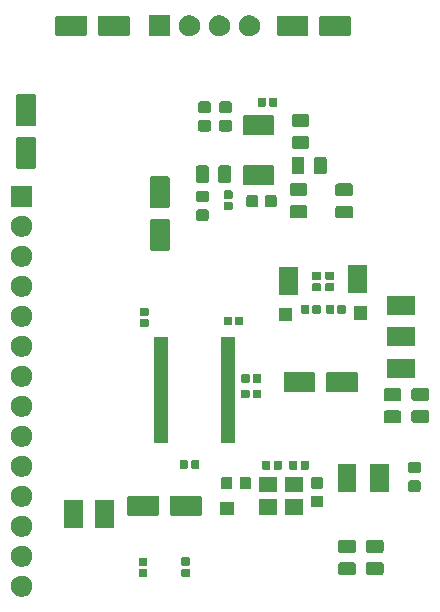
<source format=gbr>
G04 #@! TF.GenerationSoftware,KiCad,Pcbnew,(5.1.5)-3*
G04 #@! TF.CreationDate,2020-08-28T00:05:50-05:00*
G04 #@! TF.ProjectId,video-transceiver,76696465-6f2d-4747-9261-6e7363656976,rev?*
G04 #@! TF.SameCoordinates,Original*
G04 #@! TF.FileFunction,Soldermask,Top*
G04 #@! TF.FilePolarity,Negative*
%FSLAX46Y46*%
G04 Gerber Fmt 4.6, Leading zero omitted, Abs format (unit mm)*
G04 Created by KiCad (PCBNEW (5.1.5)-3) date 2020-08-28 00:05:50*
%MOMM*%
%LPD*%
G04 APERTURE LIST*
%ADD10C,0.100000*%
G04 APERTURE END LIST*
D10*
G36*
X127513512Y-107963927D02*
G01*
X127662812Y-107993624D01*
X127826784Y-108061544D01*
X127974354Y-108160147D01*
X128099853Y-108285646D01*
X128198456Y-108433216D01*
X128266376Y-108597188D01*
X128301000Y-108771259D01*
X128301000Y-108948741D01*
X128266376Y-109122812D01*
X128198456Y-109286784D01*
X128099853Y-109434354D01*
X127974354Y-109559853D01*
X127826784Y-109658456D01*
X127662812Y-109726376D01*
X127513512Y-109756073D01*
X127488742Y-109761000D01*
X127311258Y-109761000D01*
X127286488Y-109756073D01*
X127137188Y-109726376D01*
X126973216Y-109658456D01*
X126825646Y-109559853D01*
X126700147Y-109434354D01*
X126601544Y-109286784D01*
X126533624Y-109122812D01*
X126499000Y-108948741D01*
X126499000Y-108771259D01*
X126533624Y-108597188D01*
X126601544Y-108433216D01*
X126700147Y-108285646D01*
X126825646Y-108160147D01*
X126973216Y-108061544D01*
X127137188Y-107993624D01*
X127286488Y-107963927D01*
X127311258Y-107959000D01*
X127488742Y-107959000D01*
X127513512Y-107963927D01*
G37*
G36*
X137949938Y-107433716D02*
G01*
X137970557Y-107439971D01*
X137989553Y-107450124D01*
X138006208Y-107463792D01*
X138019876Y-107480447D01*
X138030029Y-107499443D01*
X138036284Y-107520062D01*
X138039000Y-107547640D01*
X138039000Y-108006360D01*
X138036284Y-108033938D01*
X138030029Y-108054557D01*
X138019876Y-108073553D01*
X138006208Y-108090208D01*
X137989553Y-108103876D01*
X137970557Y-108114029D01*
X137949938Y-108120284D01*
X137922360Y-108123000D01*
X137413640Y-108123000D01*
X137386062Y-108120284D01*
X137365443Y-108114029D01*
X137346447Y-108103876D01*
X137329792Y-108090208D01*
X137316124Y-108073553D01*
X137305971Y-108054557D01*
X137299716Y-108033938D01*
X137297000Y-108006360D01*
X137297000Y-107547640D01*
X137299716Y-107520062D01*
X137305971Y-107499443D01*
X137316124Y-107480447D01*
X137329792Y-107463792D01*
X137346447Y-107450124D01*
X137365443Y-107439971D01*
X137386062Y-107433716D01*
X137413640Y-107431000D01*
X137922360Y-107431000D01*
X137949938Y-107433716D01*
G37*
G36*
X141569438Y-107393216D02*
G01*
X141590057Y-107399471D01*
X141609053Y-107409624D01*
X141625708Y-107423292D01*
X141639376Y-107439947D01*
X141649529Y-107458943D01*
X141655784Y-107479562D01*
X141658500Y-107507140D01*
X141658500Y-107965860D01*
X141655784Y-107993438D01*
X141649529Y-108014057D01*
X141639376Y-108033053D01*
X141625708Y-108049708D01*
X141609053Y-108063376D01*
X141590057Y-108073529D01*
X141569438Y-108079784D01*
X141541860Y-108082500D01*
X141033140Y-108082500D01*
X141005562Y-108079784D01*
X140984943Y-108073529D01*
X140965947Y-108063376D01*
X140949292Y-108049708D01*
X140935624Y-108033053D01*
X140925471Y-108014057D01*
X140919216Y-107993438D01*
X140916500Y-107965860D01*
X140916500Y-107507140D01*
X140919216Y-107479562D01*
X140925471Y-107458943D01*
X140935624Y-107439947D01*
X140949292Y-107423292D01*
X140965947Y-107409624D01*
X140984943Y-107399471D01*
X141005562Y-107393216D01*
X141033140Y-107390500D01*
X141541860Y-107390500D01*
X141569438Y-107393216D01*
G37*
G36*
X155527548Y-106827845D02*
G01*
X155566218Y-106839576D01*
X155601857Y-106858626D01*
X155633097Y-106884263D01*
X155658734Y-106915503D01*
X155677784Y-106951142D01*
X155689515Y-106989812D01*
X155694080Y-107036168D01*
X155694080Y-107687392D01*
X155689515Y-107733748D01*
X155677784Y-107772418D01*
X155658734Y-107808057D01*
X155633097Y-107839297D01*
X155601857Y-107864934D01*
X155566218Y-107883984D01*
X155527548Y-107895715D01*
X155481192Y-107900280D01*
X154404968Y-107900280D01*
X154358612Y-107895715D01*
X154319942Y-107883984D01*
X154284303Y-107864934D01*
X154253063Y-107839297D01*
X154227426Y-107808057D01*
X154208376Y-107772418D01*
X154196645Y-107733748D01*
X154192080Y-107687392D01*
X154192080Y-107036168D01*
X154196645Y-106989812D01*
X154208376Y-106951142D01*
X154227426Y-106915503D01*
X154253063Y-106884263D01*
X154284303Y-106858626D01*
X154319942Y-106839576D01*
X154358612Y-106827845D01*
X154404968Y-106823280D01*
X155481192Y-106823280D01*
X155527548Y-106827845D01*
G37*
G36*
X157877048Y-106827845D02*
G01*
X157915718Y-106839576D01*
X157951357Y-106858626D01*
X157982597Y-106884263D01*
X158008234Y-106915503D01*
X158027284Y-106951142D01*
X158039015Y-106989812D01*
X158043580Y-107036168D01*
X158043580Y-107687392D01*
X158039015Y-107733748D01*
X158027284Y-107772418D01*
X158008234Y-107808057D01*
X157982597Y-107839297D01*
X157951357Y-107864934D01*
X157915718Y-107883984D01*
X157877048Y-107895715D01*
X157830692Y-107900280D01*
X156754468Y-107900280D01*
X156708112Y-107895715D01*
X156669442Y-107883984D01*
X156633803Y-107864934D01*
X156602563Y-107839297D01*
X156576926Y-107808057D01*
X156557876Y-107772418D01*
X156546145Y-107733748D01*
X156541580Y-107687392D01*
X156541580Y-107036168D01*
X156546145Y-106989812D01*
X156557876Y-106951142D01*
X156576926Y-106915503D01*
X156602563Y-106884263D01*
X156633803Y-106858626D01*
X156669442Y-106839576D01*
X156708112Y-106827845D01*
X156754468Y-106823280D01*
X157830692Y-106823280D01*
X157877048Y-106827845D01*
G37*
G36*
X127513512Y-105423927D02*
G01*
X127662812Y-105453624D01*
X127826784Y-105521544D01*
X127974354Y-105620147D01*
X128099853Y-105745646D01*
X128198456Y-105893216D01*
X128266376Y-106057188D01*
X128301000Y-106231259D01*
X128301000Y-106408741D01*
X128266376Y-106582812D01*
X128198456Y-106746784D01*
X128099853Y-106894354D01*
X127974354Y-107019853D01*
X127826784Y-107118456D01*
X127662812Y-107186376D01*
X127513512Y-107216073D01*
X127488742Y-107221000D01*
X127311258Y-107221000D01*
X127286488Y-107216073D01*
X127137188Y-107186376D01*
X126973216Y-107118456D01*
X126825646Y-107019853D01*
X126700147Y-106894354D01*
X126601544Y-106746784D01*
X126533624Y-106582812D01*
X126499000Y-106408741D01*
X126499000Y-106231259D01*
X126533624Y-106057188D01*
X126601544Y-105893216D01*
X126700147Y-105745646D01*
X126825646Y-105620147D01*
X126973216Y-105521544D01*
X127137188Y-105453624D01*
X127286488Y-105423927D01*
X127311258Y-105419000D01*
X127488742Y-105419000D01*
X127513512Y-105423927D01*
G37*
G36*
X137949938Y-106463716D02*
G01*
X137970557Y-106469971D01*
X137989553Y-106480124D01*
X138006208Y-106493792D01*
X138019876Y-106510447D01*
X138030029Y-106529443D01*
X138036284Y-106550062D01*
X138039000Y-106577640D01*
X138039000Y-107036360D01*
X138036284Y-107063938D01*
X138030029Y-107084557D01*
X138019876Y-107103553D01*
X138006208Y-107120208D01*
X137989553Y-107133876D01*
X137970557Y-107144029D01*
X137949938Y-107150284D01*
X137922360Y-107153000D01*
X137413640Y-107153000D01*
X137386062Y-107150284D01*
X137365443Y-107144029D01*
X137346447Y-107133876D01*
X137329792Y-107120208D01*
X137316124Y-107103553D01*
X137305971Y-107084557D01*
X137299716Y-107063938D01*
X137297000Y-107036360D01*
X137297000Y-106577640D01*
X137299716Y-106550062D01*
X137305971Y-106529443D01*
X137316124Y-106510447D01*
X137329792Y-106493792D01*
X137346447Y-106480124D01*
X137365443Y-106469971D01*
X137386062Y-106463716D01*
X137413640Y-106461000D01*
X137922360Y-106461000D01*
X137949938Y-106463716D01*
G37*
G36*
X141569438Y-106423216D02*
G01*
X141590057Y-106429471D01*
X141609053Y-106439624D01*
X141625708Y-106453292D01*
X141639376Y-106469947D01*
X141649529Y-106488943D01*
X141655784Y-106509562D01*
X141658500Y-106537140D01*
X141658500Y-106995860D01*
X141655784Y-107023438D01*
X141649529Y-107044057D01*
X141639376Y-107063053D01*
X141625708Y-107079708D01*
X141609053Y-107093376D01*
X141590057Y-107103529D01*
X141569438Y-107109784D01*
X141541860Y-107112500D01*
X141033140Y-107112500D01*
X141005562Y-107109784D01*
X140984943Y-107103529D01*
X140965947Y-107093376D01*
X140949292Y-107079708D01*
X140935624Y-107063053D01*
X140925471Y-107044057D01*
X140919216Y-107023438D01*
X140916500Y-106995860D01*
X140916500Y-106537140D01*
X140919216Y-106509562D01*
X140925471Y-106488943D01*
X140935624Y-106469947D01*
X140949292Y-106453292D01*
X140965947Y-106439624D01*
X140984943Y-106429471D01*
X141005562Y-106423216D01*
X141033140Y-106420500D01*
X141541860Y-106420500D01*
X141569438Y-106423216D01*
G37*
G36*
X157877048Y-104952845D02*
G01*
X157915718Y-104964576D01*
X157951357Y-104983626D01*
X157982597Y-105009263D01*
X158008234Y-105040503D01*
X158027284Y-105076142D01*
X158039015Y-105114812D01*
X158043580Y-105161168D01*
X158043580Y-105812392D01*
X158039015Y-105858748D01*
X158027284Y-105897418D01*
X158008234Y-105933057D01*
X157982597Y-105964297D01*
X157951357Y-105989934D01*
X157915718Y-106008984D01*
X157877048Y-106020715D01*
X157830692Y-106025280D01*
X156754468Y-106025280D01*
X156708112Y-106020715D01*
X156669442Y-106008984D01*
X156633803Y-105989934D01*
X156602563Y-105964297D01*
X156576926Y-105933057D01*
X156557876Y-105897418D01*
X156546145Y-105858748D01*
X156541580Y-105812392D01*
X156541580Y-105161168D01*
X156546145Y-105114812D01*
X156557876Y-105076142D01*
X156576926Y-105040503D01*
X156602563Y-105009263D01*
X156633803Y-104983626D01*
X156669442Y-104964576D01*
X156708112Y-104952845D01*
X156754468Y-104948280D01*
X157830692Y-104948280D01*
X157877048Y-104952845D01*
G37*
G36*
X155527548Y-104952845D02*
G01*
X155566218Y-104964576D01*
X155601857Y-104983626D01*
X155633097Y-105009263D01*
X155658734Y-105040503D01*
X155677784Y-105076142D01*
X155689515Y-105114812D01*
X155694080Y-105161168D01*
X155694080Y-105812392D01*
X155689515Y-105858748D01*
X155677784Y-105897418D01*
X155658734Y-105933057D01*
X155633097Y-105964297D01*
X155601857Y-105989934D01*
X155566218Y-106008984D01*
X155527548Y-106020715D01*
X155481192Y-106025280D01*
X154404968Y-106025280D01*
X154358612Y-106020715D01*
X154319942Y-106008984D01*
X154284303Y-105989934D01*
X154253063Y-105964297D01*
X154227426Y-105933057D01*
X154208376Y-105897418D01*
X154196645Y-105858748D01*
X154192080Y-105812392D01*
X154192080Y-105161168D01*
X154196645Y-105114812D01*
X154208376Y-105076142D01*
X154227426Y-105040503D01*
X154253063Y-105009263D01*
X154284303Y-104983626D01*
X154319942Y-104964576D01*
X154358612Y-104952845D01*
X154404968Y-104948280D01*
X155481192Y-104948280D01*
X155527548Y-104952845D01*
G37*
G36*
X127513512Y-102883927D02*
G01*
X127662812Y-102913624D01*
X127826784Y-102981544D01*
X127974354Y-103080147D01*
X128099853Y-103205646D01*
X128198456Y-103353216D01*
X128266376Y-103517188D01*
X128301000Y-103691259D01*
X128301000Y-103868741D01*
X128266376Y-104042812D01*
X128198456Y-104206784D01*
X128099853Y-104354354D01*
X127974354Y-104479853D01*
X127826784Y-104578456D01*
X127662812Y-104646376D01*
X127513512Y-104676073D01*
X127488742Y-104681000D01*
X127311258Y-104681000D01*
X127286488Y-104676073D01*
X127137188Y-104646376D01*
X126973216Y-104578456D01*
X126825646Y-104479853D01*
X126700147Y-104354354D01*
X126601544Y-104206784D01*
X126533624Y-104042812D01*
X126499000Y-103868741D01*
X126499000Y-103691259D01*
X126533624Y-103517188D01*
X126601544Y-103353216D01*
X126700147Y-103205646D01*
X126825646Y-103080147D01*
X126973216Y-102981544D01*
X127137188Y-102913624D01*
X127286488Y-102883927D01*
X127311258Y-102879000D01*
X127488742Y-102879000D01*
X127513512Y-102883927D01*
G37*
G36*
X135211500Y-103925720D02*
G01*
X133609500Y-103925720D01*
X133609500Y-101523720D01*
X135211500Y-101523720D01*
X135211500Y-103925720D01*
G37*
G36*
X132601000Y-103923180D02*
G01*
X130999000Y-103923180D01*
X130999000Y-101521180D01*
X132601000Y-101521180D01*
X132601000Y-103923180D01*
G37*
G36*
X138893497Y-101197551D02*
G01*
X138927152Y-101207761D01*
X138958165Y-101224338D01*
X138985351Y-101246649D01*
X139007662Y-101273835D01*
X139024239Y-101304848D01*
X139034449Y-101338503D01*
X139038500Y-101379638D01*
X139038500Y-102709362D01*
X139034449Y-102750497D01*
X139024239Y-102784152D01*
X139007662Y-102815165D01*
X138985351Y-102842351D01*
X138958165Y-102864662D01*
X138927152Y-102881239D01*
X138893497Y-102891449D01*
X138852362Y-102895500D01*
X136522638Y-102895500D01*
X136481503Y-102891449D01*
X136447848Y-102881239D01*
X136416835Y-102864662D01*
X136389649Y-102842351D01*
X136367338Y-102815165D01*
X136350761Y-102784152D01*
X136340551Y-102750497D01*
X136336500Y-102709362D01*
X136336500Y-101379638D01*
X136340551Y-101338503D01*
X136350761Y-101304848D01*
X136367338Y-101273835D01*
X136389649Y-101246649D01*
X136416835Y-101224338D01*
X136447848Y-101207761D01*
X136481503Y-101197551D01*
X136522638Y-101193500D01*
X138852362Y-101193500D01*
X138893497Y-101197551D01*
G37*
G36*
X142493497Y-101197551D02*
G01*
X142527152Y-101207761D01*
X142558165Y-101224338D01*
X142585351Y-101246649D01*
X142607662Y-101273835D01*
X142624239Y-101304848D01*
X142634449Y-101338503D01*
X142638500Y-101379638D01*
X142638500Y-102709362D01*
X142634449Y-102750497D01*
X142624239Y-102784152D01*
X142607662Y-102815165D01*
X142585351Y-102842351D01*
X142558165Y-102864662D01*
X142527152Y-102881239D01*
X142493497Y-102891449D01*
X142452362Y-102895500D01*
X140122638Y-102895500D01*
X140081503Y-102891449D01*
X140047848Y-102881239D01*
X140016835Y-102864662D01*
X139989649Y-102842351D01*
X139967338Y-102815165D01*
X139950761Y-102784152D01*
X139940551Y-102750497D01*
X139936500Y-102709362D01*
X139936500Y-101379638D01*
X139940551Y-101338503D01*
X139950761Y-101304848D01*
X139967338Y-101273835D01*
X139989649Y-101246649D01*
X140016835Y-101224338D01*
X140047848Y-101207761D01*
X140081503Y-101197551D01*
X140122638Y-101193500D01*
X142452362Y-101193500D01*
X142493497Y-101197551D01*
G37*
G36*
X145331000Y-102849500D02*
G01*
X144229000Y-102849500D01*
X144229000Y-101747500D01*
X145331000Y-101747500D01*
X145331000Y-102849500D01*
G37*
G36*
X149003000Y-102806500D02*
G01*
X147501000Y-102806500D01*
X147501000Y-101504500D01*
X149003000Y-101504500D01*
X149003000Y-102806500D01*
G37*
G36*
X151203000Y-102806500D02*
G01*
X149701000Y-102806500D01*
X149701000Y-101504500D01*
X151203000Y-101504500D01*
X151203000Y-102806500D01*
G37*
G36*
X152779591Y-101204585D02*
G01*
X152813569Y-101214893D01*
X152844890Y-101231634D01*
X152872339Y-101254161D01*
X152894866Y-101281610D01*
X152911607Y-101312931D01*
X152921915Y-101346909D01*
X152926000Y-101388390D01*
X152926000Y-101989610D01*
X152921915Y-102031091D01*
X152911607Y-102065069D01*
X152894866Y-102096390D01*
X152872339Y-102123839D01*
X152844890Y-102146366D01*
X152813569Y-102163107D01*
X152779591Y-102173415D01*
X152738110Y-102177500D01*
X152061890Y-102177500D01*
X152020409Y-102173415D01*
X151986431Y-102163107D01*
X151955110Y-102146366D01*
X151927661Y-102123839D01*
X151905134Y-102096390D01*
X151888393Y-102065069D01*
X151878085Y-102031091D01*
X151874000Y-101989610D01*
X151874000Y-101388390D01*
X151878085Y-101346909D01*
X151888393Y-101312931D01*
X151905134Y-101281610D01*
X151927661Y-101254161D01*
X151955110Y-101231634D01*
X151986431Y-101214893D01*
X152020409Y-101204585D01*
X152061890Y-101200500D01*
X152738110Y-101200500D01*
X152779591Y-101204585D01*
G37*
G36*
X127513512Y-100343927D02*
G01*
X127662812Y-100373624D01*
X127826784Y-100441544D01*
X127974354Y-100540147D01*
X128099853Y-100665646D01*
X128198456Y-100813216D01*
X128266376Y-100977188D01*
X128301000Y-101151259D01*
X128301000Y-101328741D01*
X128266376Y-101502812D01*
X128198456Y-101666784D01*
X128099853Y-101814354D01*
X127974354Y-101939853D01*
X127826784Y-102038456D01*
X127662812Y-102106376D01*
X127513512Y-102136073D01*
X127488742Y-102141000D01*
X127311258Y-102141000D01*
X127286488Y-102136073D01*
X127137188Y-102106376D01*
X126973216Y-102038456D01*
X126825646Y-101939853D01*
X126700147Y-101814354D01*
X126601544Y-101666784D01*
X126533624Y-101502812D01*
X126499000Y-101328741D01*
X126499000Y-101151259D01*
X126533624Y-100977188D01*
X126601544Y-100813216D01*
X126700147Y-100665646D01*
X126825646Y-100540147D01*
X126973216Y-100441544D01*
X127137188Y-100373624D01*
X127286488Y-100343927D01*
X127311258Y-100339000D01*
X127488742Y-100339000D01*
X127513512Y-100343927D01*
G37*
G36*
X155738460Y-100918860D02*
G01*
X154136460Y-100918860D01*
X154136460Y-98516860D01*
X155738460Y-98516860D01*
X155738460Y-100918860D01*
G37*
G36*
X151203000Y-100906500D02*
G01*
X149701000Y-100906500D01*
X149701000Y-99604500D01*
X151203000Y-99604500D01*
X151203000Y-100906500D01*
G37*
G36*
X149003000Y-100906500D02*
G01*
X147501000Y-100906500D01*
X147501000Y-99604500D01*
X149003000Y-99604500D01*
X149003000Y-100906500D01*
G37*
G36*
X158519760Y-100906160D02*
G01*
X156917760Y-100906160D01*
X156917760Y-98504160D01*
X158519760Y-98504160D01*
X158519760Y-100906160D01*
G37*
G36*
X161026971Y-99891405D02*
G01*
X161060949Y-99901713D01*
X161092270Y-99918454D01*
X161119719Y-99940981D01*
X161142246Y-99968430D01*
X161158987Y-99999751D01*
X161169295Y-100033729D01*
X161173380Y-100075210D01*
X161173380Y-100676430D01*
X161169295Y-100717911D01*
X161158987Y-100751889D01*
X161142246Y-100783210D01*
X161119719Y-100810659D01*
X161092270Y-100833186D01*
X161060949Y-100849927D01*
X161026971Y-100860235D01*
X160985490Y-100864320D01*
X160309270Y-100864320D01*
X160267789Y-100860235D01*
X160233811Y-100849927D01*
X160202490Y-100833186D01*
X160175041Y-100810659D01*
X160152514Y-100783210D01*
X160135773Y-100751889D01*
X160125465Y-100717911D01*
X160121380Y-100676430D01*
X160121380Y-100075210D01*
X160125465Y-100033729D01*
X160135773Y-99999751D01*
X160152514Y-99968430D01*
X160175041Y-99940981D01*
X160202490Y-99918454D01*
X160233811Y-99901713D01*
X160267789Y-99891405D01*
X160309270Y-99887320D01*
X160985490Y-99887320D01*
X161026971Y-99891405D01*
G37*
G36*
X146671591Y-99617585D02*
G01*
X146705569Y-99627893D01*
X146736890Y-99644634D01*
X146764339Y-99667161D01*
X146786866Y-99694610D01*
X146803607Y-99725931D01*
X146813915Y-99759909D01*
X146818000Y-99801390D01*
X146818000Y-100477610D01*
X146813915Y-100519091D01*
X146803607Y-100553069D01*
X146786866Y-100584390D01*
X146764339Y-100611839D01*
X146736890Y-100634366D01*
X146705569Y-100651107D01*
X146671591Y-100661415D01*
X146630110Y-100665500D01*
X146028890Y-100665500D01*
X145987409Y-100661415D01*
X145953431Y-100651107D01*
X145922110Y-100634366D01*
X145894661Y-100611839D01*
X145872134Y-100584390D01*
X145855393Y-100553069D01*
X145845085Y-100519091D01*
X145841000Y-100477610D01*
X145841000Y-99801390D01*
X145845085Y-99759909D01*
X145855393Y-99725931D01*
X145872134Y-99694610D01*
X145894661Y-99667161D01*
X145922110Y-99644634D01*
X145953431Y-99627893D01*
X145987409Y-99617585D01*
X146028890Y-99613500D01*
X146630110Y-99613500D01*
X146671591Y-99617585D01*
G37*
G36*
X145096591Y-99617585D02*
G01*
X145130569Y-99627893D01*
X145161890Y-99644634D01*
X145189339Y-99667161D01*
X145211866Y-99694610D01*
X145228607Y-99725931D01*
X145238915Y-99759909D01*
X145243000Y-99801390D01*
X145243000Y-100477610D01*
X145238915Y-100519091D01*
X145228607Y-100553069D01*
X145211866Y-100584390D01*
X145189339Y-100611839D01*
X145161890Y-100634366D01*
X145130569Y-100651107D01*
X145096591Y-100661415D01*
X145055110Y-100665500D01*
X144453890Y-100665500D01*
X144412409Y-100661415D01*
X144378431Y-100651107D01*
X144347110Y-100634366D01*
X144319661Y-100611839D01*
X144297134Y-100584390D01*
X144280393Y-100553069D01*
X144270085Y-100519091D01*
X144266000Y-100477610D01*
X144266000Y-99801390D01*
X144270085Y-99759909D01*
X144280393Y-99725931D01*
X144297134Y-99694610D01*
X144319661Y-99667161D01*
X144347110Y-99644634D01*
X144378431Y-99627893D01*
X144412409Y-99617585D01*
X144453890Y-99613500D01*
X145055110Y-99613500D01*
X145096591Y-99617585D01*
G37*
G36*
X152779591Y-99629585D02*
G01*
X152813569Y-99639893D01*
X152844890Y-99656634D01*
X152872339Y-99679161D01*
X152894866Y-99706610D01*
X152911607Y-99737931D01*
X152921915Y-99771909D01*
X152926000Y-99813390D01*
X152926000Y-100414610D01*
X152921915Y-100456091D01*
X152911607Y-100490069D01*
X152894866Y-100521390D01*
X152872339Y-100548839D01*
X152844890Y-100571366D01*
X152813569Y-100588107D01*
X152779591Y-100598415D01*
X152738110Y-100602500D01*
X152061890Y-100602500D01*
X152020409Y-100598415D01*
X151986431Y-100588107D01*
X151955110Y-100571366D01*
X151927661Y-100548839D01*
X151905134Y-100521390D01*
X151888393Y-100490069D01*
X151878085Y-100456091D01*
X151874000Y-100414610D01*
X151874000Y-99813390D01*
X151878085Y-99771909D01*
X151888393Y-99737931D01*
X151905134Y-99706610D01*
X151927661Y-99679161D01*
X151955110Y-99656634D01*
X151986431Y-99639893D01*
X152020409Y-99629585D01*
X152061890Y-99625500D01*
X152738110Y-99625500D01*
X152779591Y-99629585D01*
G37*
G36*
X127513512Y-97803927D02*
G01*
X127662812Y-97833624D01*
X127826784Y-97901544D01*
X127974354Y-98000147D01*
X128099853Y-98125646D01*
X128198456Y-98273216D01*
X128266376Y-98437188D01*
X128282223Y-98516860D01*
X128301000Y-98611258D01*
X128301000Y-98788742D01*
X128296075Y-98813500D01*
X128266376Y-98962812D01*
X128198456Y-99126784D01*
X128099853Y-99274354D01*
X127974354Y-99399853D01*
X127826784Y-99498456D01*
X127662812Y-99566376D01*
X127513512Y-99596073D01*
X127488742Y-99601000D01*
X127311258Y-99601000D01*
X127286488Y-99596073D01*
X127137188Y-99566376D01*
X126973216Y-99498456D01*
X126825646Y-99399853D01*
X126700147Y-99274354D01*
X126601544Y-99126784D01*
X126533624Y-98962812D01*
X126503925Y-98813500D01*
X126499000Y-98788742D01*
X126499000Y-98611258D01*
X126517777Y-98516860D01*
X126533624Y-98437188D01*
X126601544Y-98273216D01*
X126700147Y-98125646D01*
X126825646Y-98000147D01*
X126973216Y-97901544D01*
X127137188Y-97833624D01*
X127286488Y-97803927D01*
X127311258Y-97799000D01*
X127488742Y-97799000D01*
X127513512Y-97803927D01*
G37*
G36*
X161026971Y-98316405D02*
G01*
X161060949Y-98326713D01*
X161092270Y-98343454D01*
X161119719Y-98365981D01*
X161142246Y-98393430D01*
X161158987Y-98424751D01*
X161169295Y-98458729D01*
X161173380Y-98500210D01*
X161173380Y-99101430D01*
X161169295Y-99142911D01*
X161158987Y-99176889D01*
X161142246Y-99208210D01*
X161119719Y-99235659D01*
X161092270Y-99258186D01*
X161060949Y-99274927D01*
X161026971Y-99285235D01*
X160985490Y-99289320D01*
X160309270Y-99289320D01*
X160267789Y-99285235D01*
X160233811Y-99274927D01*
X160202490Y-99258186D01*
X160175041Y-99235659D01*
X160152514Y-99208210D01*
X160135773Y-99176889D01*
X160125465Y-99142911D01*
X160121380Y-99101430D01*
X160121380Y-98500210D01*
X160125465Y-98458729D01*
X160135773Y-98424751D01*
X160152514Y-98393430D01*
X160175041Y-98365981D01*
X160202490Y-98343454D01*
X160233811Y-98326713D01*
X160267789Y-98316405D01*
X160309270Y-98312320D01*
X160985490Y-98312320D01*
X161026971Y-98316405D01*
G37*
G36*
X149331938Y-98247216D02*
G01*
X149352557Y-98253471D01*
X149371553Y-98263624D01*
X149388208Y-98277292D01*
X149401876Y-98293947D01*
X149412029Y-98312943D01*
X149418284Y-98333562D01*
X149421000Y-98361140D01*
X149421000Y-98869860D01*
X149418284Y-98897438D01*
X149412029Y-98918057D01*
X149401876Y-98937053D01*
X149388208Y-98953708D01*
X149371553Y-98967376D01*
X149352557Y-98977529D01*
X149331938Y-98983784D01*
X149304360Y-98986500D01*
X148845640Y-98986500D01*
X148818062Y-98983784D01*
X148797443Y-98977529D01*
X148778447Y-98967376D01*
X148761792Y-98953708D01*
X148748124Y-98937053D01*
X148737971Y-98918057D01*
X148731716Y-98897438D01*
X148729000Y-98869860D01*
X148729000Y-98361140D01*
X148731716Y-98333562D01*
X148737971Y-98312943D01*
X148748124Y-98293947D01*
X148761792Y-98277292D01*
X148778447Y-98263624D01*
X148797443Y-98253471D01*
X148818062Y-98247216D01*
X148845640Y-98244500D01*
X149304360Y-98244500D01*
X149331938Y-98247216D01*
G37*
G36*
X148361938Y-98247216D02*
G01*
X148382557Y-98253471D01*
X148401553Y-98263624D01*
X148418208Y-98277292D01*
X148431876Y-98293947D01*
X148442029Y-98312943D01*
X148448284Y-98333562D01*
X148451000Y-98361140D01*
X148451000Y-98869860D01*
X148448284Y-98897438D01*
X148442029Y-98918057D01*
X148431876Y-98937053D01*
X148418208Y-98953708D01*
X148401553Y-98967376D01*
X148382557Y-98977529D01*
X148361938Y-98983784D01*
X148334360Y-98986500D01*
X147875640Y-98986500D01*
X147848062Y-98983784D01*
X147827443Y-98977529D01*
X147808447Y-98967376D01*
X147791792Y-98953708D01*
X147778124Y-98937053D01*
X147767971Y-98918057D01*
X147761716Y-98897438D01*
X147759000Y-98869860D01*
X147759000Y-98361140D01*
X147761716Y-98333562D01*
X147767971Y-98312943D01*
X147778124Y-98293947D01*
X147791792Y-98277292D01*
X147808447Y-98263624D01*
X147827443Y-98253471D01*
X147848062Y-98247216D01*
X147875640Y-98244500D01*
X148334360Y-98244500D01*
X148361938Y-98247216D01*
G37*
G36*
X151617938Y-98247216D02*
G01*
X151638557Y-98253471D01*
X151657553Y-98263624D01*
X151674208Y-98277292D01*
X151687876Y-98293947D01*
X151698029Y-98312943D01*
X151704284Y-98333562D01*
X151707000Y-98361140D01*
X151707000Y-98869860D01*
X151704284Y-98897438D01*
X151698029Y-98918057D01*
X151687876Y-98937053D01*
X151674208Y-98953708D01*
X151657553Y-98967376D01*
X151638557Y-98977529D01*
X151617938Y-98983784D01*
X151590360Y-98986500D01*
X151131640Y-98986500D01*
X151104062Y-98983784D01*
X151083443Y-98977529D01*
X151064447Y-98967376D01*
X151047792Y-98953708D01*
X151034124Y-98937053D01*
X151023971Y-98918057D01*
X151017716Y-98897438D01*
X151015000Y-98869860D01*
X151015000Y-98361140D01*
X151017716Y-98333562D01*
X151023971Y-98312943D01*
X151034124Y-98293947D01*
X151047792Y-98277292D01*
X151064447Y-98263624D01*
X151083443Y-98253471D01*
X151104062Y-98247216D01*
X151131640Y-98244500D01*
X151590360Y-98244500D01*
X151617938Y-98247216D01*
G37*
G36*
X150647938Y-98247216D02*
G01*
X150668557Y-98253471D01*
X150687553Y-98263624D01*
X150704208Y-98277292D01*
X150717876Y-98293947D01*
X150728029Y-98312943D01*
X150734284Y-98333562D01*
X150737000Y-98361140D01*
X150737000Y-98869860D01*
X150734284Y-98897438D01*
X150728029Y-98918057D01*
X150717876Y-98937053D01*
X150704208Y-98953708D01*
X150687553Y-98967376D01*
X150668557Y-98977529D01*
X150647938Y-98983784D01*
X150620360Y-98986500D01*
X150161640Y-98986500D01*
X150134062Y-98983784D01*
X150113443Y-98977529D01*
X150094447Y-98967376D01*
X150077792Y-98953708D01*
X150064124Y-98937053D01*
X150053971Y-98918057D01*
X150047716Y-98897438D01*
X150045000Y-98869860D01*
X150045000Y-98361140D01*
X150047716Y-98333562D01*
X150053971Y-98312943D01*
X150064124Y-98293947D01*
X150077792Y-98277292D01*
X150094447Y-98263624D01*
X150113443Y-98253471D01*
X150134062Y-98247216D01*
X150161640Y-98244500D01*
X150620360Y-98244500D01*
X150647938Y-98247216D01*
G37*
G36*
X141376938Y-98183716D02*
G01*
X141397557Y-98189971D01*
X141416553Y-98200124D01*
X141433208Y-98213792D01*
X141446876Y-98230447D01*
X141457029Y-98249443D01*
X141463284Y-98270062D01*
X141466000Y-98297640D01*
X141466000Y-98806360D01*
X141463284Y-98833938D01*
X141457029Y-98854557D01*
X141446876Y-98873553D01*
X141433208Y-98890208D01*
X141416553Y-98903876D01*
X141397557Y-98914029D01*
X141376938Y-98920284D01*
X141349360Y-98923000D01*
X140890640Y-98923000D01*
X140863062Y-98920284D01*
X140842443Y-98914029D01*
X140823447Y-98903876D01*
X140806792Y-98890208D01*
X140793124Y-98873553D01*
X140782971Y-98854557D01*
X140776716Y-98833938D01*
X140774000Y-98806360D01*
X140774000Y-98297640D01*
X140776716Y-98270062D01*
X140782971Y-98249443D01*
X140793124Y-98230447D01*
X140806792Y-98213792D01*
X140823447Y-98200124D01*
X140842443Y-98189971D01*
X140863062Y-98183716D01*
X140890640Y-98181000D01*
X141349360Y-98181000D01*
X141376938Y-98183716D01*
G37*
G36*
X142346938Y-98183716D02*
G01*
X142367557Y-98189971D01*
X142386553Y-98200124D01*
X142403208Y-98213792D01*
X142416876Y-98230447D01*
X142427029Y-98249443D01*
X142433284Y-98270062D01*
X142436000Y-98297640D01*
X142436000Y-98806360D01*
X142433284Y-98833938D01*
X142427029Y-98854557D01*
X142416876Y-98873553D01*
X142403208Y-98890208D01*
X142386553Y-98903876D01*
X142367557Y-98914029D01*
X142346938Y-98920284D01*
X142319360Y-98923000D01*
X141860640Y-98923000D01*
X141833062Y-98920284D01*
X141812443Y-98914029D01*
X141793447Y-98903876D01*
X141776792Y-98890208D01*
X141763124Y-98873553D01*
X141752971Y-98854557D01*
X141746716Y-98833938D01*
X141744000Y-98806360D01*
X141744000Y-98297640D01*
X141746716Y-98270062D01*
X141752971Y-98249443D01*
X141763124Y-98230447D01*
X141776792Y-98213792D01*
X141793447Y-98200124D01*
X141812443Y-98189971D01*
X141833062Y-98183716D01*
X141860640Y-98181000D01*
X142319360Y-98181000D01*
X142346938Y-98183716D01*
G37*
G36*
X127513512Y-95263927D02*
G01*
X127662812Y-95293624D01*
X127826784Y-95361544D01*
X127974354Y-95460147D01*
X128099853Y-95585646D01*
X128198456Y-95733216D01*
X128266376Y-95897188D01*
X128301000Y-96071259D01*
X128301000Y-96248741D01*
X128266376Y-96422812D01*
X128198456Y-96586784D01*
X128099853Y-96734354D01*
X127974354Y-96859853D01*
X127826784Y-96958456D01*
X127662812Y-97026376D01*
X127513512Y-97056073D01*
X127488742Y-97061000D01*
X127311258Y-97061000D01*
X127286488Y-97056073D01*
X127137188Y-97026376D01*
X126973216Y-96958456D01*
X126825646Y-96859853D01*
X126700147Y-96734354D01*
X126601544Y-96586784D01*
X126533624Y-96422812D01*
X126499000Y-96248741D01*
X126499000Y-96071259D01*
X126533624Y-95897188D01*
X126601544Y-95733216D01*
X126700147Y-95585646D01*
X126825646Y-95460147D01*
X126973216Y-95361544D01*
X127137188Y-95293624D01*
X127286488Y-95263927D01*
X127311258Y-95259000D01*
X127488742Y-95259000D01*
X127513512Y-95263927D01*
G37*
G36*
X145460000Y-96714788D02*
G01*
X144258000Y-96714788D01*
X144258000Y-87762788D01*
X145460000Y-87762788D01*
X145460000Y-96714788D01*
G37*
G36*
X139760000Y-96714788D02*
G01*
X138558000Y-96714788D01*
X138558000Y-87762788D01*
X139760000Y-87762788D01*
X139760000Y-96714788D01*
G37*
G36*
X159382728Y-93982005D02*
G01*
X159421398Y-93993736D01*
X159457037Y-94012786D01*
X159488277Y-94038423D01*
X159513914Y-94069663D01*
X159532964Y-94105302D01*
X159544695Y-94143972D01*
X159549260Y-94190328D01*
X159549260Y-94841552D01*
X159544695Y-94887908D01*
X159532964Y-94926578D01*
X159513914Y-94962217D01*
X159488277Y-94993457D01*
X159457037Y-95019094D01*
X159421398Y-95038144D01*
X159382728Y-95049875D01*
X159336372Y-95054440D01*
X158260148Y-95054440D01*
X158213792Y-95049875D01*
X158175122Y-95038144D01*
X158139483Y-95019094D01*
X158108243Y-94993457D01*
X158082606Y-94962217D01*
X158063556Y-94926578D01*
X158051825Y-94887908D01*
X158047260Y-94841552D01*
X158047260Y-94190328D01*
X158051825Y-94143972D01*
X158063556Y-94105302D01*
X158082606Y-94069663D01*
X158108243Y-94038423D01*
X158139483Y-94012786D01*
X158175122Y-93993736D01*
X158213792Y-93982005D01*
X158260148Y-93977440D01*
X159336372Y-93977440D01*
X159382728Y-93982005D01*
G37*
G36*
X161729688Y-93959385D02*
G01*
X161768358Y-93971116D01*
X161803997Y-93990166D01*
X161835237Y-94015803D01*
X161860874Y-94047043D01*
X161879924Y-94082682D01*
X161891655Y-94121352D01*
X161896220Y-94167708D01*
X161896220Y-94818932D01*
X161891655Y-94865288D01*
X161879924Y-94903958D01*
X161860874Y-94939597D01*
X161835237Y-94970837D01*
X161803997Y-94996474D01*
X161768358Y-95015524D01*
X161729688Y-95027255D01*
X161683332Y-95031820D01*
X160607108Y-95031820D01*
X160560752Y-95027255D01*
X160522082Y-95015524D01*
X160486443Y-94996474D01*
X160455203Y-94970837D01*
X160429566Y-94939597D01*
X160410516Y-94903958D01*
X160398785Y-94865288D01*
X160394220Y-94818932D01*
X160394220Y-94167708D01*
X160398785Y-94121352D01*
X160410516Y-94082682D01*
X160429566Y-94047043D01*
X160455203Y-94015803D01*
X160486443Y-93990166D01*
X160522082Y-93971116D01*
X160560752Y-93959385D01*
X160607108Y-93954820D01*
X161683332Y-93954820D01*
X161729688Y-93959385D01*
G37*
G36*
X127513512Y-92723927D02*
G01*
X127662812Y-92753624D01*
X127826784Y-92821544D01*
X127974354Y-92920147D01*
X128099853Y-93045646D01*
X128198456Y-93193216D01*
X128266376Y-93357188D01*
X128301000Y-93531259D01*
X128301000Y-93708741D01*
X128266376Y-93882812D01*
X128198456Y-94046784D01*
X128099853Y-94194354D01*
X127974354Y-94319853D01*
X127826784Y-94418456D01*
X127662812Y-94486376D01*
X127513512Y-94516073D01*
X127488742Y-94521000D01*
X127311258Y-94521000D01*
X127286488Y-94516073D01*
X127137188Y-94486376D01*
X126973216Y-94418456D01*
X126825646Y-94319853D01*
X126700147Y-94194354D01*
X126601544Y-94046784D01*
X126533624Y-93882812D01*
X126499000Y-93708741D01*
X126499000Y-93531259D01*
X126533624Y-93357188D01*
X126601544Y-93193216D01*
X126700147Y-93045646D01*
X126825646Y-92920147D01*
X126973216Y-92821544D01*
X127137188Y-92753624D01*
X127286488Y-92723927D01*
X127311258Y-92719000D01*
X127488742Y-92719000D01*
X127513512Y-92723927D01*
G37*
G36*
X159382728Y-92107005D02*
G01*
X159421398Y-92118736D01*
X159457037Y-92137786D01*
X159488277Y-92163423D01*
X159513914Y-92194663D01*
X159532964Y-92230302D01*
X159544695Y-92268972D01*
X159549260Y-92315328D01*
X159549260Y-92966552D01*
X159544695Y-93012908D01*
X159532964Y-93051578D01*
X159513914Y-93087217D01*
X159488277Y-93118457D01*
X159457037Y-93144094D01*
X159421398Y-93163144D01*
X159382728Y-93174875D01*
X159336372Y-93179440D01*
X158260148Y-93179440D01*
X158213792Y-93174875D01*
X158175122Y-93163144D01*
X158139483Y-93144094D01*
X158108243Y-93118457D01*
X158082606Y-93087217D01*
X158063556Y-93051578D01*
X158051825Y-93012908D01*
X158047260Y-92966552D01*
X158047260Y-92315328D01*
X158051825Y-92268972D01*
X158063556Y-92230302D01*
X158082606Y-92194663D01*
X158108243Y-92163423D01*
X158139483Y-92137786D01*
X158175122Y-92118736D01*
X158213792Y-92107005D01*
X158260148Y-92102440D01*
X159336372Y-92102440D01*
X159382728Y-92107005D01*
G37*
G36*
X161729688Y-92084385D02*
G01*
X161768358Y-92096116D01*
X161803997Y-92115166D01*
X161835237Y-92140803D01*
X161860874Y-92172043D01*
X161879924Y-92207682D01*
X161891655Y-92246352D01*
X161896220Y-92292708D01*
X161896220Y-92943932D01*
X161891655Y-92990288D01*
X161879924Y-93028958D01*
X161860874Y-93064597D01*
X161835237Y-93095837D01*
X161803997Y-93121474D01*
X161768358Y-93140524D01*
X161729688Y-93152255D01*
X161683332Y-93156820D01*
X160607108Y-93156820D01*
X160560752Y-93152255D01*
X160522082Y-93140524D01*
X160486443Y-93121474D01*
X160455203Y-93095837D01*
X160429566Y-93064597D01*
X160410516Y-93028958D01*
X160398785Y-92990288D01*
X160394220Y-92943932D01*
X160394220Y-92292708D01*
X160398785Y-92246352D01*
X160410516Y-92207682D01*
X160429566Y-92172043D01*
X160455203Y-92140803D01*
X160486443Y-92115166D01*
X160522082Y-92096116D01*
X160560752Y-92084385D01*
X160607108Y-92079820D01*
X161683332Y-92079820D01*
X161729688Y-92084385D01*
G37*
G36*
X147566938Y-92211716D02*
G01*
X147587557Y-92217971D01*
X147606553Y-92228124D01*
X147623208Y-92241792D01*
X147636876Y-92258447D01*
X147647029Y-92277443D01*
X147653284Y-92298062D01*
X147656000Y-92325640D01*
X147656000Y-92834360D01*
X147653284Y-92861938D01*
X147647029Y-92882557D01*
X147636876Y-92901553D01*
X147623208Y-92918208D01*
X147606553Y-92931876D01*
X147587557Y-92942029D01*
X147566938Y-92948284D01*
X147539360Y-92951000D01*
X147080640Y-92951000D01*
X147053062Y-92948284D01*
X147032443Y-92942029D01*
X147013447Y-92931876D01*
X146996792Y-92918208D01*
X146983124Y-92901553D01*
X146972971Y-92882557D01*
X146966716Y-92861938D01*
X146964000Y-92834360D01*
X146964000Y-92325640D01*
X146966716Y-92298062D01*
X146972971Y-92277443D01*
X146983124Y-92258447D01*
X146996792Y-92241792D01*
X147013447Y-92228124D01*
X147032443Y-92217971D01*
X147053062Y-92211716D01*
X147080640Y-92209000D01*
X147539360Y-92209000D01*
X147566938Y-92211716D01*
G37*
G36*
X146596938Y-92211716D02*
G01*
X146617557Y-92217971D01*
X146636553Y-92228124D01*
X146653208Y-92241792D01*
X146666876Y-92258447D01*
X146677029Y-92277443D01*
X146683284Y-92298062D01*
X146686000Y-92325640D01*
X146686000Y-92834360D01*
X146683284Y-92861938D01*
X146677029Y-92882557D01*
X146666876Y-92901553D01*
X146653208Y-92918208D01*
X146636553Y-92931876D01*
X146617557Y-92942029D01*
X146596938Y-92948284D01*
X146569360Y-92951000D01*
X146110640Y-92951000D01*
X146083062Y-92948284D01*
X146062443Y-92942029D01*
X146043447Y-92931876D01*
X146026792Y-92918208D01*
X146013124Y-92901553D01*
X146002971Y-92882557D01*
X145996716Y-92861938D01*
X145994000Y-92834360D01*
X145994000Y-92325640D01*
X145996716Y-92298062D01*
X146002971Y-92277443D01*
X146013124Y-92258447D01*
X146026792Y-92241792D01*
X146043447Y-92228124D01*
X146062443Y-92217971D01*
X146083062Y-92211716D01*
X146110640Y-92209000D01*
X146569360Y-92209000D01*
X146596938Y-92211716D01*
G37*
G36*
X155723497Y-90732751D02*
G01*
X155757152Y-90742961D01*
X155788165Y-90759538D01*
X155815351Y-90781849D01*
X155837662Y-90809035D01*
X155854239Y-90840048D01*
X155864449Y-90873703D01*
X155868500Y-90914838D01*
X155868500Y-92244562D01*
X155864449Y-92285697D01*
X155854239Y-92319352D01*
X155837662Y-92350365D01*
X155815351Y-92377551D01*
X155788165Y-92399862D01*
X155757152Y-92416439D01*
X155723497Y-92426649D01*
X155682362Y-92430700D01*
X153352638Y-92430700D01*
X153311503Y-92426649D01*
X153277848Y-92416439D01*
X153246835Y-92399862D01*
X153219649Y-92377551D01*
X153197338Y-92350365D01*
X153180761Y-92319352D01*
X153170551Y-92285697D01*
X153166500Y-92244562D01*
X153166500Y-90914838D01*
X153170551Y-90873703D01*
X153180761Y-90840048D01*
X153197338Y-90809035D01*
X153219649Y-90781849D01*
X153246835Y-90759538D01*
X153277848Y-90742961D01*
X153311503Y-90732751D01*
X153352638Y-90728700D01*
X155682362Y-90728700D01*
X155723497Y-90732751D01*
G37*
G36*
X152123497Y-90732751D02*
G01*
X152157152Y-90742961D01*
X152188165Y-90759538D01*
X152215351Y-90781849D01*
X152237662Y-90809035D01*
X152254239Y-90840048D01*
X152264449Y-90873703D01*
X152268500Y-90914838D01*
X152268500Y-92244562D01*
X152264449Y-92285697D01*
X152254239Y-92319352D01*
X152237662Y-92350365D01*
X152215351Y-92377551D01*
X152188165Y-92399862D01*
X152157152Y-92416439D01*
X152123497Y-92426649D01*
X152082362Y-92430700D01*
X149752638Y-92430700D01*
X149711503Y-92426649D01*
X149677848Y-92416439D01*
X149646835Y-92399862D01*
X149619649Y-92377551D01*
X149597338Y-92350365D01*
X149580761Y-92319352D01*
X149570551Y-92285697D01*
X149566500Y-92244562D01*
X149566500Y-90914838D01*
X149570551Y-90873703D01*
X149580761Y-90840048D01*
X149597338Y-90809035D01*
X149619649Y-90781849D01*
X149646835Y-90759538D01*
X149677848Y-90742961D01*
X149711503Y-90732751D01*
X149752638Y-90728700D01*
X152082362Y-90728700D01*
X152123497Y-90732751D01*
G37*
G36*
X127513512Y-90183927D02*
G01*
X127662812Y-90213624D01*
X127826784Y-90281544D01*
X127974354Y-90380147D01*
X128099853Y-90505646D01*
X128198456Y-90653216D01*
X128266376Y-90817188D01*
X128301000Y-90991259D01*
X128301000Y-91168741D01*
X128266376Y-91342812D01*
X128198456Y-91506784D01*
X128099853Y-91654354D01*
X127974354Y-91779853D01*
X127826784Y-91878456D01*
X127662812Y-91946376D01*
X127513512Y-91976073D01*
X127488742Y-91981000D01*
X127311258Y-91981000D01*
X127286488Y-91976073D01*
X127137188Y-91946376D01*
X126973216Y-91878456D01*
X126825646Y-91779853D01*
X126700147Y-91654354D01*
X126601544Y-91506784D01*
X126533624Y-91342812D01*
X126499000Y-91168741D01*
X126499000Y-90991259D01*
X126533624Y-90817188D01*
X126601544Y-90653216D01*
X126700147Y-90505646D01*
X126825646Y-90380147D01*
X126973216Y-90281544D01*
X127137188Y-90213624D01*
X127286488Y-90183927D01*
X127311258Y-90179000D01*
X127488742Y-90179000D01*
X127513512Y-90183927D01*
G37*
G36*
X147576938Y-90906716D02*
G01*
X147597557Y-90912971D01*
X147616553Y-90923124D01*
X147633208Y-90936792D01*
X147646876Y-90953447D01*
X147657029Y-90972443D01*
X147663284Y-90993062D01*
X147666000Y-91020640D01*
X147666000Y-91529360D01*
X147663284Y-91556938D01*
X147657029Y-91577557D01*
X147646876Y-91596553D01*
X147633208Y-91613208D01*
X147616553Y-91626876D01*
X147597557Y-91637029D01*
X147576938Y-91643284D01*
X147549360Y-91646000D01*
X147090640Y-91646000D01*
X147063062Y-91643284D01*
X147042443Y-91637029D01*
X147023447Y-91626876D01*
X147006792Y-91613208D01*
X146993124Y-91596553D01*
X146982971Y-91577557D01*
X146976716Y-91556938D01*
X146974000Y-91529360D01*
X146974000Y-91020640D01*
X146976716Y-90993062D01*
X146982971Y-90972443D01*
X146993124Y-90953447D01*
X147006792Y-90936792D01*
X147023447Y-90923124D01*
X147042443Y-90912971D01*
X147063062Y-90906716D01*
X147090640Y-90904000D01*
X147549360Y-90904000D01*
X147576938Y-90906716D01*
G37*
G36*
X146606938Y-90906716D02*
G01*
X146627557Y-90912971D01*
X146646553Y-90923124D01*
X146663208Y-90936792D01*
X146676876Y-90953447D01*
X146687029Y-90972443D01*
X146693284Y-90993062D01*
X146696000Y-91020640D01*
X146696000Y-91529360D01*
X146693284Y-91556938D01*
X146687029Y-91577557D01*
X146676876Y-91596553D01*
X146663208Y-91613208D01*
X146646553Y-91626876D01*
X146627557Y-91637029D01*
X146606938Y-91643284D01*
X146579360Y-91646000D01*
X146120640Y-91646000D01*
X146093062Y-91643284D01*
X146072443Y-91637029D01*
X146053447Y-91626876D01*
X146036792Y-91613208D01*
X146023124Y-91596553D01*
X146012971Y-91577557D01*
X146006716Y-91556938D01*
X146004000Y-91529360D01*
X146004000Y-91020640D01*
X146006716Y-90993062D01*
X146012971Y-90972443D01*
X146023124Y-90953447D01*
X146036792Y-90936792D01*
X146053447Y-90923124D01*
X146072443Y-90912971D01*
X146093062Y-90906716D01*
X146120640Y-90904000D01*
X146579360Y-90904000D01*
X146606938Y-90906716D01*
G37*
G36*
X160713000Y-91214840D02*
G01*
X158311000Y-91214840D01*
X158311000Y-89612840D01*
X160713000Y-89612840D01*
X160713000Y-91214840D01*
G37*
G36*
X127513512Y-87643927D02*
G01*
X127662812Y-87673624D01*
X127826784Y-87741544D01*
X127974354Y-87840147D01*
X128099853Y-87965646D01*
X128198456Y-88113216D01*
X128266376Y-88277188D01*
X128301000Y-88451259D01*
X128301000Y-88628741D01*
X128266376Y-88802812D01*
X128198456Y-88966784D01*
X128099853Y-89114354D01*
X127974354Y-89239853D01*
X127826784Y-89338456D01*
X127662812Y-89406376D01*
X127513512Y-89436073D01*
X127488742Y-89441000D01*
X127311258Y-89441000D01*
X127286488Y-89436073D01*
X127137188Y-89406376D01*
X126973216Y-89338456D01*
X126825646Y-89239853D01*
X126700147Y-89114354D01*
X126601544Y-88966784D01*
X126533624Y-88802812D01*
X126499000Y-88628741D01*
X126499000Y-88451259D01*
X126533624Y-88277188D01*
X126601544Y-88113216D01*
X126700147Y-87965646D01*
X126825646Y-87840147D01*
X126973216Y-87741544D01*
X127137188Y-87673624D01*
X127286488Y-87643927D01*
X127311258Y-87639000D01*
X127488742Y-87639000D01*
X127513512Y-87643927D01*
G37*
G36*
X160713000Y-88527520D02*
G01*
X158311000Y-88527520D01*
X158311000Y-86925520D01*
X160713000Y-86925520D01*
X160713000Y-88527520D01*
G37*
G36*
X138051538Y-86247716D02*
G01*
X138072157Y-86253971D01*
X138091153Y-86264124D01*
X138107808Y-86277792D01*
X138121476Y-86294447D01*
X138131629Y-86313443D01*
X138137884Y-86334062D01*
X138140600Y-86361640D01*
X138140600Y-86820360D01*
X138137884Y-86847938D01*
X138131629Y-86868557D01*
X138121476Y-86887553D01*
X138107808Y-86904208D01*
X138091153Y-86917876D01*
X138072157Y-86928029D01*
X138051538Y-86934284D01*
X138023960Y-86937000D01*
X137515240Y-86937000D01*
X137487662Y-86934284D01*
X137467043Y-86928029D01*
X137448047Y-86917876D01*
X137431392Y-86904208D01*
X137417724Y-86887553D01*
X137407571Y-86868557D01*
X137401316Y-86847938D01*
X137398600Y-86820360D01*
X137398600Y-86361640D01*
X137401316Y-86334062D01*
X137407571Y-86313443D01*
X137417724Y-86294447D01*
X137431392Y-86277792D01*
X137448047Y-86264124D01*
X137467043Y-86253971D01*
X137487662Y-86247716D01*
X137515240Y-86245000D01*
X138023960Y-86245000D01*
X138051538Y-86247716D01*
G37*
G36*
X127513512Y-85103927D02*
G01*
X127662812Y-85133624D01*
X127826784Y-85201544D01*
X127974354Y-85300147D01*
X128099853Y-85425646D01*
X128198456Y-85573216D01*
X128266376Y-85737188D01*
X128290845Y-85860204D01*
X128301000Y-85911258D01*
X128301000Y-86088742D01*
X128300656Y-86090471D01*
X128266376Y-86262812D01*
X128198456Y-86426784D01*
X128099853Y-86574354D01*
X127974354Y-86699853D01*
X127826784Y-86798456D01*
X127662812Y-86866376D01*
X127513512Y-86896073D01*
X127488742Y-86901000D01*
X127311258Y-86901000D01*
X127286488Y-86896073D01*
X127137188Y-86866376D01*
X126973216Y-86798456D01*
X126825646Y-86699853D01*
X126700147Y-86574354D01*
X126601544Y-86426784D01*
X126533624Y-86262812D01*
X126499344Y-86090471D01*
X126499000Y-86088742D01*
X126499000Y-85911258D01*
X126509155Y-85860204D01*
X126533624Y-85737188D01*
X126601544Y-85573216D01*
X126700147Y-85425646D01*
X126825646Y-85300147D01*
X126973216Y-85201544D01*
X127137188Y-85133624D01*
X127286488Y-85103927D01*
X127311258Y-85099000D01*
X127488742Y-85099000D01*
X127513512Y-85103927D01*
G37*
G36*
X146080738Y-86042516D02*
G01*
X146101357Y-86048771D01*
X146120353Y-86058924D01*
X146137008Y-86072592D01*
X146150676Y-86089247D01*
X146160829Y-86108243D01*
X146167084Y-86128862D01*
X146169800Y-86156440D01*
X146169800Y-86665160D01*
X146167084Y-86692738D01*
X146160829Y-86713357D01*
X146150676Y-86732353D01*
X146137008Y-86749008D01*
X146120353Y-86762676D01*
X146101357Y-86772829D01*
X146080738Y-86779084D01*
X146053160Y-86781800D01*
X145594440Y-86781800D01*
X145566862Y-86779084D01*
X145546243Y-86772829D01*
X145527247Y-86762676D01*
X145510592Y-86749008D01*
X145496924Y-86732353D01*
X145486771Y-86713357D01*
X145480516Y-86692738D01*
X145477800Y-86665160D01*
X145477800Y-86156440D01*
X145480516Y-86128862D01*
X145486771Y-86108243D01*
X145496924Y-86089247D01*
X145510592Y-86072592D01*
X145527247Y-86058924D01*
X145546243Y-86048771D01*
X145566862Y-86042516D01*
X145594440Y-86039800D01*
X146053160Y-86039800D01*
X146080738Y-86042516D01*
G37*
G36*
X145110738Y-86042516D02*
G01*
X145131357Y-86048771D01*
X145150353Y-86058924D01*
X145167008Y-86072592D01*
X145180676Y-86089247D01*
X145190829Y-86108243D01*
X145197084Y-86128862D01*
X145199800Y-86156440D01*
X145199800Y-86665160D01*
X145197084Y-86692738D01*
X145190829Y-86713357D01*
X145180676Y-86732353D01*
X145167008Y-86749008D01*
X145150353Y-86762676D01*
X145131357Y-86772829D01*
X145110738Y-86779084D01*
X145083160Y-86781800D01*
X144624440Y-86781800D01*
X144596862Y-86779084D01*
X144576243Y-86772829D01*
X144557247Y-86762676D01*
X144540592Y-86749008D01*
X144526924Y-86732353D01*
X144516771Y-86713357D01*
X144510516Y-86692738D01*
X144507800Y-86665160D01*
X144507800Y-86156440D01*
X144510516Y-86128862D01*
X144516771Y-86108243D01*
X144526924Y-86089247D01*
X144540592Y-86072592D01*
X144557247Y-86058924D01*
X144576243Y-86048771D01*
X144596862Y-86042516D01*
X144624440Y-86039800D01*
X145083160Y-86039800D01*
X145110738Y-86042516D01*
G37*
G36*
X150286540Y-86425860D02*
G01*
X149184540Y-86425860D01*
X149184540Y-85323860D01*
X150286540Y-85323860D01*
X150286540Y-86425860D01*
G37*
G36*
X156672100Y-86281080D02*
G01*
X155570100Y-86281080D01*
X155570100Y-85179080D01*
X156672100Y-85179080D01*
X156672100Y-86281080D01*
G37*
G36*
X138051538Y-85277716D02*
G01*
X138072157Y-85283971D01*
X138091153Y-85294124D01*
X138107808Y-85307792D01*
X138121476Y-85324447D01*
X138131629Y-85343443D01*
X138137884Y-85364062D01*
X138140600Y-85391640D01*
X138140600Y-85850360D01*
X138137884Y-85877938D01*
X138131629Y-85898557D01*
X138121476Y-85917553D01*
X138107808Y-85934208D01*
X138091153Y-85947876D01*
X138072157Y-85958029D01*
X138051538Y-85964284D01*
X138023960Y-85967000D01*
X137515240Y-85967000D01*
X137487662Y-85964284D01*
X137467043Y-85958029D01*
X137448047Y-85947876D01*
X137431392Y-85934208D01*
X137417724Y-85917553D01*
X137407571Y-85898557D01*
X137401316Y-85877938D01*
X137398600Y-85850360D01*
X137398600Y-85391640D01*
X137401316Y-85364062D01*
X137407571Y-85343443D01*
X137417724Y-85324447D01*
X137431392Y-85307792D01*
X137448047Y-85294124D01*
X137467043Y-85283971D01*
X137487662Y-85277716D01*
X137515240Y-85275000D01*
X138023960Y-85275000D01*
X138051538Y-85277716D01*
G37*
G36*
X160735860Y-85865600D02*
G01*
X158333860Y-85865600D01*
X158333860Y-84263600D01*
X160735860Y-84263600D01*
X160735860Y-85865600D01*
G37*
G36*
X153758938Y-85042216D02*
G01*
X153779557Y-85048471D01*
X153798553Y-85058624D01*
X153815208Y-85072292D01*
X153828876Y-85088947D01*
X153839029Y-85107943D01*
X153845284Y-85128562D01*
X153848000Y-85156140D01*
X153848000Y-85664860D01*
X153845284Y-85692438D01*
X153839029Y-85713057D01*
X153828876Y-85732053D01*
X153815208Y-85748708D01*
X153798553Y-85762376D01*
X153779557Y-85772529D01*
X153758938Y-85778784D01*
X153731360Y-85781500D01*
X153272640Y-85781500D01*
X153245062Y-85778784D01*
X153224443Y-85772529D01*
X153205447Y-85762376D01*
X153188792Y-85748708D01*
X153175124Y-85732053D01*
X153164971Y-85713057D01*
X153158716Y-85692438D01*
X153156000Y-85664860D01*
X153156000Y-85156140D01*
X153158716Y-85128562D01*
X153164971Y-85107943D01*
X153175124Y-85088947D01*
X153188792Y-85072292D01*
X153205447Y-85058624D01*
X153224443Y-85048471D01*
X153245062Y-85042216D01*
X153272640Y-85039500D01*
X153731360Y-85039500D01*
X153758938Y-85042216D01*
G37*
G36*
X152613938Y-85042216D02*
G01*
X152634557Y-85048471D01*
X152653553Y-85058624D01*
X152670208Y-85072292D01*
X152683876Y-85088947D01*
X152694029Y-85107943D01*
X152700284Y-85128562D01*
X152703000Y-85156140D01*
X152703000Y-85664860D01*
X152700284Y-85692438D01*
X152694029Y-85713057D01*
X152683876Y-85732053D01*
X152670208Y-85748708D01*
X152653553Y-85762376D01*
X152634557Y-85772529D01*
X152613938Y-85778784D01*
X152586360Y-85781500D01*
X152127640Y-85781500D01*
X152100062Y-85778784D01*
X152079443Y-85772529D01*
X152060447Y-85762376D01*
X152043792Y-85748708D01*
X152030124Y-85732053D01*
X152019971Y-85713057D01*
X152013716Y-85692438D01*
X152011000Y-85664860D01*
X152011000Y-85156140D01*
X152013716Y-85128562D01*
X152019971Y-85107943D01*
X152030124Y-85088947D01*
X152043792Y-85072292D01*
X152060447Y-85058624D01*
X152079443Y-85048471D01*
X152100062Y-85042216D01*
X152127640Y-85039500D01*
X152586360Y-85039500D01*
X152613938Y-85042216D01*
G37*
G36*
X151643938Y-85042216D02*
G01*
X151664557Y-85048471D01*
X151683553Y-85058624D01*
X151700208Y-85072292D01*
X151713876Y-85088947D01*
X151724029Y-85107943D01*
X151730284Y-85128562D01*
X151733000Y-85156140D01*
X151733000Y-85664860D01*
X151730284Y-85692438D01*
X151724029Y-85713057D01*
X151713876Y-85732053D01*
X151700208Y-85748708D01*
X151683553Y-85762376D01*
X151664557Y-85772529D01*
X151643938Y-85778784D01*
X151616360Y-85781500D01*
X151157640Y-85781500D01*
X151130062Y-85778784D01*
X151109443Y-85772529D01*
X151090447Y-85762376D01*
X151073792Y-85748708D01*
X151060124Y-85732053D01*
X151049971Y-85713057D01*
X151043716Y-85692438D01*
X151041000Y-85664860D01*
X151041000Y-85156140D01*
X151043716Y-85128562D01*
X151049971Y-85107943D01*
X151060124Y-85088947D01*
X151073792Y-85072292D01*
X151090447Y-85058624D01*
X151109443Y-85048471D01*
X151130062Y-85042216D01*
X151157640Y-85039500D01*
X151616360Y-85039500D01*
X151643938Y-85042216D01*
G37*
G36*
X154728938Y-85042216D02*
G01*
X154749557Y-85048471D01*
X154768553Y-85058624D01*
X154785208Y-85072292D01*
X154798876Y-85088947D01*
X154809029Y-85107943D01*
X154815284Y-85128562D01*
X154818000Y-85156140D01*
X154818000Y-85664860D01*
X154815284Y-85692438D01*
X154809029Y-85713057D01*
X154798876Y-85732053D01*
X154785208Y-85748708D01*
X154768553Y-85762376D01*
X154749557Y-85772529D01*
X154728938Y-85778784D01*
X154701360Y-85781500D01*
X154242640Y-85781500D01*
X154215062Y-85778784D01*
X154194443Y-85772529D01*
X154175447Y-85762376D01*
X154158792Y-85748708D01*
X154145124Y-85732053D01*
X154134971Y-85713057D01*
X154128716Y-85692438D01*
X154126000Y-85664860D01*
X154126000Y-85156140D01*
X154128716Y-85128562D01*
X154134971Y-85107943D01*
X154145124Y-85088947D01*
X154158792Y-85072292D01*
X154175447Y-85058624D01*
X154194443Y-85048471D01*
X154215062Y-85042216D01*
X154242640Y-85039500D01*
X154701360Y-85039500D01*
X154728938Y-85042216D01*
G37*
G36*
X127513512Y-82563927D02*
G01*
X127662812Y-82593624D01*
X127826784Y-82661544D01*
X127974354Y-82760147D01*
X128099853Y-82885646D01*
X128198456Y-83033216D01*
X128266376Y-83197188D01*
X128301000Y-83371259D01*
X128301000Y-83548741D01*
X128266376Y-83722812D01*
X128198456Y-83886784D01*
X128099853Y-84034354D01*
X127974354Y-84159853D01*
X127826784Y-84258456D01*
X127662812Y-84326376D01*
X127513512Y-84356073D01*
X127488742Y-84361000D01*
X127311258Y-84361000D01*
X127286488Y-84356073D01*
X127137188Y-84326376D01*
X126973216Y-84258456D01*
X126825646Y-84159853D01*
X126700147Y-84034354D01*
X126601544Y-83886784D01*
X126533624Y-83722812D01*
X126499000Y-83548741D01*
X126499000Y-83371259D01*
X126533624Y-83197188D01*
X126601544Y-83033216D01*
X126700147Y-82885646D01*
X126825646Y-82760147D01*
X126973216Y-82661544D01*
X127137188Y-82593624D01*
X127286488Y-82563927D01*
X127311258Y-82559000D01*
X127488742Y-82559000D01*
X127513512Y-82563927D01*
G37*
G36*
X150788000Y-84195500D02*
G01*
X149186000Y-84195500D01*
X149186000Y-81793500D01*
X150788000Y-81793500D01*
X150788000Y-84195500D01*
G37*
G36*
X156630000Y-84053500D02*
G01*
X155028000Y-84053500D01*
X155028000Y-81651500D01*
X156630000Y-81651500D01*
X156630000Y-84053500D01*
G37*
G36*
X152648938Y-83212216D02*
G01*
X152669557Y-83218471D01*
X152688553Y-83228624D01*
X152705208Y-83242292D01*
X152718876Y-83258947D01*
X152729029Y-83277943D01*
X152735284Y-83298562D01*
X152738000Y-83326140D01*
X152738000Y-83784860D01*
X152735284Y-83812438D01*
X152729029Y-83833057D01*
X152718876Y-83852053D01*
X152705208Y-83868708D01*
X152688553Y-83882376D01*
X152669557Y-83892529D01*
X152648938Y-83898784D01*
X152621360Y-83901500D01*
X152112640Y-83901500D01*
X152085062Y-83898784D01*
X152064443Y-83892529D01*
X152045447Y-83882376D01*
X152028792Y-83868708D01*
X152015124Y-83852053D01*
X152004971Y-83833057D01*
X151998716Y-83812438D01*
X151996000Y-83784860D01*
X151996000Y-83326140D01*
X151998716Y-83298562D01*
X152004971Y-83277943D01*
X152015124Y-83258947D01*
X152028792Y-83242292D01*
X152045447Y-83228624D01*
X152064443Y-83218471D01*
X152085062Y-83212216D01*
X152112640Y-83209500D01*
X152621360Y-83209500D01*
X152648938Y-83212216D01*
G37*
G36*
X153758938Y-83202216D02*
G01*
X153779557Y-83208471D01*
X153798553Y-83218624D01*
X153815208Y-83232292D01*
X153828876Y-83248947D01*
X153839029Y-83267943D01*
X153845284Y-83288562D01*
X153848000Y-83316140D01*
X153848000Y-83774860D01*
X153845284Y-83802438D01*
X153839029Y-83823057D01*
X153828876Y-83842053D01*
X153815208Y-83858708D01*
X153798553Y-83872376D01*
X153779557Y-83882529D01*
X153758938Y-83888784D01*
X153731360Y-83891500D01*
X153222640Y-83891500D01*
X153195062Y-83888784D01*
X153174443Y-83882529D01*
X153155447Y-83872376D01*
X153138792Y-83858708D01*
X153125124Y-83842053D01*
X153114971Y-83823057D01*
X153108716Y-83802438D01*
X153106000Y-83774860D01*
X153106000Y-83316140D01*
X153108716Y-83288562D01*
X153114971Y-83267943D01*
X153125124Y-83248947D01*
X153138792Y-83232292D01*
X153155447Y-83218624D01*
X153174443Y-83208471D01*
X153195062Y-83202216D01*
X153222640Y-83199500D01*
X153731360Y-83199500D01*
X153758938Y-83202216D01*
G37*
G36*
X152648938Y-82242216D02*
G01*
X152669557Y-82248471D01*
X152688553Y-82258624D01*
X152705208Y-82272292D01*
X152718876Y-82288947D01*
X152729029Y-82307943D01*
X152735284Y-82328562D01*
X152738000Y-82356140D01*
X152738000Y-82814860D01*
X152735284Y-82842438D01*
X152729029Y-82863057D01*
X152718876Y-82882053D01*
X152705208Y-82898708D01*
X152688553Y-82912376D01*
X152669557Y-82922529D01*
X152648938Y-82928784D01*
X152621360Y-82931500D01*
X152112640Y-82931500D01*
X152085062Y-82928784D01*
X152064443Y-82922529D01*
X152045447Y-82912376D01*
X152028792Y-82898708D01*
X152015124Y-82882053D01*
X152004971Y-82863057D01*
X151998716Y-82842438D01*
X151996000Y-82814860D01*
X151996000Y-82356140D01*
X151998716Y-82328562D01*
X152004971Y-82307943D01*
X152015124Y-82288947D01*
X152028792Y-82272292D01*
X152045447Y-82258624D01*
X152064443Y-82248471D01*
X152085062Y-82242216D01*
X152112640Y-82239500D01*
X152621360Y-82239500D01*
X152648938Y-82242216D01*
G37*
G36*
X153758938Y-82232216D02*
G01*
X153779557Y-82238471D01*
X153798553Y-82248624D01*
X153815208Y-82262292D01*
X153828876Y-82278947D01*
X153839029Y-82297943D01*
X153845284Y-82318562D01*
X153848000Y-82346140D01*
X153848000Y-82804860D01*
X153845284Y-82832438D01*
X153839029Y-82853057D01*
X153828876Y-82872053D01*
X153815208Y-82888708D01*
X153798553Y-82902376D01*
X153779557Y-82912529D01*
X153758938Y-82918784D01*
X153731360Y-82921500D01*
X153222640Y-82921500D01*
X153195062Y-82918784D01*
X153174443Y-82912529D01*
X153155447Y-82902376D01*
X153138792Y-82888708D01*
X153125124Y-82872053D01*
X153114971Y-82853057D01*
X153108716Y-82832438D01*
X153106000Y-82804860D01*
X153106000Y-82346140D01*
X153108716Y-82318562D01*
X153114971Y-82297943D01*
X153125124Y-82278947D01*
X153138792Y-82262292D01*
X153155447Y-82248624D01*
X153174443Y-82238471D01*
X153195062Y-82232216D01*
X153222640Y-82229500D01*
X153731360Y-82229500D01*
X153758938Y-82232216D01*
G37*
G36*
X127513512Y-80023927D02*
G01*
X127662812Y-80053624D01*
X127826784Y-80121544D01*
X127974354Y-80220147D01*
X128099853Y-80345646D01*
X128198456Y-80493216D01*
X128266376Y-80657188D01*
X128301000Y-80831259D01*
X128301000Y-81008741D01*
X128266376Y-81182812D01*
X128198456Y-81346784D01*
X128099853Y-81494354D01*
X127974354Y-81619853D01*
X127826784Y-81718456D01*
X127662812Y-81786376D01*
X127513512Y-81816073D01*
X127488742Y-81821000D01*
X127311258Y-81821000D01*
X127286488Y-81816073D01*
X127137188Y-81786376D01*
X126973216Y-81718456D01*
X126825646Y-81619853D01*
X126700147Y-81494354D01*
X126601544Y-81346784D01*
X126533624Y-81182812D01*
X126499000Y-81008741D01*
X126499000Y-80831259D01*
X126533624Y-80657188D01*
X126601544Y-80493216D01*
X126700147Y-80345646D01*
X126825646Y-80220147D01*
X126973216Y-80121544D01*
X127137188Y-80053624D01*
X127286488Y-80023927D01*
X127311258Y-80019000D01*
X127488742Y-80019000D01*
X127513512Y-80023927D01*
G37*
G36*
X139796397Y-77770651D02*
G01*
X139830052Y-77780861D01*
X139861065Y-77797438D01*
X139888251Y-77819749D01*
X139910562Y-77846935D01*
X139927139Y-77877948D01*
X139937349Y-77911603D01*
X139941400Y-77952738D01*
X139941400Y-80282462D01*
X139937349Y-80323597D01*
X139927139Y-80357252D01*
X139910562Y-80388265D01*
X139888251Y-80415451D01*
X139861065Y-80437762D01*
X139830052Y-80454339D01*
X139796397Y-80464549D01*
X139755262Y-80468600D01*
X138425538Y-80468600D01*
X138384403Y-80464549D01*
X138350748Y-80454339D01*
X138319735Y-80437762D01*
X138292549Y-80415451D01*
X138270238Y-80388265D01*
X138253661Y-80357252D01*
X138243451Y-80323597D01*
X138239400Y-80282462D01*
X138239400Y-77952738D01*
X138243451Y-77911603D01*
X138253661Y-77877948D01*
X138270238Y-77846935D01*
X138292549Y-77819749D01*
X138319735Y-77797438D01*
X138350748Y-77780861D01*
X138384403Y-77770651D01*
X138425538Y-77766600D01*
X139755262Y-77766600D01*
X139796397Y-77770651D01*
G37*
G36*
X127513512Y-77483927D02*
G01*
X127662812Y-77513624D01*
X127826784Y-77581544D01*
X127974354Y-77680147D01*
X128099853Y-77805646D01*
X128198456Y-77953216D01*
X128266376Y-78117188D01*
X128301000Y-78291259D01*
X128301000Y-78468741D01*
X128266376Y-78642812D01*
X128198456Y-78806784D01*
X128099853Y-78954354D01*
X127974354Y-79079853D01*
X127826784Y-79178456D01*
X127662812Y-79246376D01*
X127513512Y-79276073D01*
X127488742Y-79281000D01*
X127311258Y-79281000D01*
X127286488Y-79276073D01*
X127137188Y-79246376D01*
X126973216Y-79178456D01*
X126825646Y-79079853D01*
X126700147Y-78954354D01*
X126601544Y-78806784D01*
X126533624Y-78642812D01*
X126499000Y-78468741D01*
X126499000Y-78291259D01*
X126533624Y-78117188D01*
X126601544Y-77953216D01*
X126700147Y-77805646D01*
X126825646Y-77680147D01*
X126973216Y-77581544D01*
X127137188Y-77513624D01*
X127286488Y-77483927D01*
X127311258Y-77479000D01*
X127488742Y-77479000D01*
X127513512Y-77483927D01*
G37*
G36*
X143076791Y-76947585D02*
G01*
X143110769Y-76957893D01*
X143142090Y-76974634D01*
X143169539Y-76997161D01*
X143192066Y-77024610D01*
X143208807Y-77055931D01*
X143219115Y-77089909D01*
X143223200Y-77131390D01*
X143223200Y-77732610D01*
X143219115Y-77774091D01*
X143208807Y-77808069D01*
X143192066Y-77839390D01*
X143169539Y-77866839D01*
X143142090Y-77889366D01*
X143110769Y-77906107D01*
X143076791Y-77916415D01*
X143035310Y-77920500D01*
X142359090Y-77920500D01*
X142317609Y-77916415D01*
X142283631Y-77906107D01*
X142252310Y-77889366D01*
X142224861Y-77866839D01*
X142202334Y-77839390D01*
X142185593Y-77808069D01*
X142175285Y-77774091D01*
X142171200Y-77732610D01*
X142171200Y-77131390D01*
X142175285Y-77089909D01*
X142185593Y-77055931D01*
X142202334Y-77024610D01*
X142224861Y-76997161D01*
X142252310Y-76974634D01*
X142283631Y-76957893D01*
X142317609Y-76947585D01*
X142359090Y-76943500D01*
X143035310Y-76943500D01*
X143076791Y-76947585D01*
G37*
G36*
X155295868Y-76641665D02*
G01*
X155334538Y-76653396D01*
X155370177Y-76672446D01*
X155401417Y-76698083D01*
X155427054Y-76729323D01*
X155446104Y-76764962D01*
X155457835Y-76803632D01*
X155462400Y-76849988D01*
X155462400Y-77501212D01*
X155457835Y-77547568D01*
X155446104Y-77586238D01*
X155427054Y-77621877D01*
X155401417Y-77653117D01*
X155370177Y-77678754D01*
X155334538Y-77697804D01*
X155295868Y-77709535D01*
X155249512Y-77714100D01*
X154173288Y-77714100D01*
X154126932Y-77709535D01*
X154088262Y-77697804D01*
X154052623Y-77678754D01*
X154021383Y-77653117D01*
X153995746Y-77621877D01*
X153976696Y-77586238D01*
X153964965Y-77547568D01*
X153960400Y-77501212D01*
X153960400Y-76849988D01*
X153964965Y-76803632D01*
X153976696Y-76764962D01*
X153995746Y-76729323D01*
X154021383Y-76698083D01*
X154052623Y-76672446D01*
X154088262Y-76653396D01*
X154126932Y-76641665D01*
X154173288Y-76637100D01*
X155249512Y-76637100D01*
X155295868Y-76641665D01*
G37*
G36*
X151409668Y-76616265D02*
G01*
X151448338Y-76627996D01*
X151483977Y-76647046D01*
X151515217Y-76672683D01*
X151540854Y-76703923D01*
X151559904Y-76739562D01*
X151571635Y-76778232D01*
X151576200Y-76824588D01*
X151576200Y-77475812D01*
X151571635Y-77522168D01*
X151559904Y-77560838D01*
X151540854Y-77596477D01*
X151515217Y-77627717D01*
X151483977Y-77653354D01*
X151448338Y-77672404D01*
X151409668Y-77684135D01*
X151363312Y-77688700D01*
X150287088Y-77688700D01*
X150240732Y-77684135D01*
X150202062Y-77672404D01*
X150166423Y-77653354D01*
X150135183Y-77627717D01*
X150109546Y-77596477D01*
X150090496Y-77560838D01*
X150078765Y-77522168D01*
X150074200Y-77475812D01*
X150074200Y-76824588D01*
X150078765Y-76778232D01*
X150090496Y-76739562D01*
X150109546Y-76703923D01*
X150135183Y-76672683D01*
X150166423Y-76647046D01*
X150202062Y-76627996D01*
X150240732Y-76616265D01*
X150287088Y-76611700D01*
X151363312Y-76611700D01*
X151409668Y-76616265D01*
G37*
G36*
X145163538Y-76329016D02*
G01*
X145184157Y-76335271D01*
X145203153Y-76345424D01*
X145219808Y-76359092D01*
X145233476Y-76375747D01*
X145243629Y-76394743D01*
X145249884Y-76415362D01*
X145252600Y-76442940D01*
X145252600Y-76901660D01*
X145249884Y-76929238D01*
X145243629Y-76949857D01*
X145233476Y-76968853D01*
X145219808Y-76985508D01*
X145203153Y-76999176D01*
X145184157Y-77009329D01*
X145163538Y-77015584D01*
X145135960Y-77018300D01*
X144627240Y-77018300D01*
X144599662Y-77015584D01*
X144579043Y-77009329D01*
X144560047Y-76999176D01*
X144543392Y-76985508D01*
X144529724Y-76968853D01*
X144519571Y-76949857D01*
X144513316Y-76929238D01*
X144510600Y-76901660D01*
X144510600Y-76442940D01*
X144513316Y-76415362D01*
X144519571Y-76394743D01*
X144529724Y-76375747D01*
X144543392Y-76359092D01*
X144560047Y-76345424D01*
X144579043Y-76335271D01*
X144599662Y-76329016D01*
X144627240Y-76326300D01*
X145135960Y-76326300D01*
X145163538Y-76329016D01*
G37*
G36*
X139796397Y-74170651D02*
G01*
X139830052Y-74180861D01*
X139861065Y-74197438D01*
X139888251Y-74219749D01*
X139910562Y-74246935D01*
X139927139Y-74277948D01*
X139937349Y-74311603D01*
X139941400Y-74352738D01*
X139941400Y-76682462D01*
X139937349Y-76723597D01*
X139927139Y-76757252D01*
X139910562Y-76788265D01*
X139888251Y-76815451D01*
X139861065Y-76837762D01*
X139830052Y-76854339D01*
X139796397Y-76864549D01*
X139755262Y-76868600D01*
X138425538Y-76868600D01*
X138384403Y-76864549D01*
X138350748Y-76854339D01*
X138319735Y-76837762D01*
X138292549Y-76815451D01*
X138270238Y-76788265D01*
X138253661Y-76757252D01*
X138243451Y-76723597D01*
X138239400Y-76682462D01*
X138239400Y-74352738D01*
X138243451Y-74311603D01*
X138253661Y-74277948D01*
X138270238Y-74246935D01*
X138292549Y-74219749D01*
X138319735Y-74197438D01*
X138350748Y-74180861D01*
X138384403Y-74170651D01*
X138425538Y-74166600D01*
X139755262Y-74166600D01*
X139796397Y-74170651D01*
G37*
G36*
X147255591Y-75741585D02*
G01*
X147289569Y-75751893D01*
X147320890Y-75768634D01*
X147348339Y-75791161D01*
X147370866Y-75818610D01*
X147387607Y-75849931D01*
X147397915Y-75883909D01*
X147402000Y-75925390D01*
X147402000Y-76601610D01*
X147397915Y-76643091D01*
X147387607Y-76677069D01*
X147370866Y-76708390D01*
X147348339Y-76735839D01*
X147320890Y-76758366D01*
X147289569Y-76775107D01*
X147255591Y-76785415D01*
X147214110Y-76789500D01*
X146612890Y-76789500D01*
X146571409Y-76785415D01*
X146537431Y-76775107D01*
X146506110Y-76758366D01*
X146478661Y-76735839D01*
X146456134Y-76708390D01*
X146439393Y-76677069D01*
X146429085Y-76643091D01*
X146425000Y-76601610D01*
X146425000Y-75925390D01*
X146429085Y-75883909D01*
X146439393Y-75849931D01*
X146456134Y-75818610D01*
X146478661Y-75791161D01*
X146506110Y-75768634D01*
X146537431Y-75751893D01*
X146571409Y-75741585D01*
X146612890Y-75737500D01*
X147214110Y-75737500D01*
X147255591Y-75741585D01*
G37*
G36*
X148830591Y-75741585D02*
G01*
X148864569Y-75751893D01*
X148895890Y-75768634D01*
X148923339Y-75791161D01*
X148945866Y-75818610D01*
X148962607Y-75849931D01*
X148972915Y-75883909D01*
X148977000Y-75925390D01*
X148977000Y-76601610D01*
X148972915Y-76643091D01*
X148962607Y-76677069D01*
X148945866Y-76708390D01*
X148923339Y-76735839D01*
X148895890Y-76758366D01*
X148864569Y-76775107D01*
X148830591Y-76785415D01*
X148789110Y-76789500D01*
X148187890Y-76789500D01*
X148146409Y-76785415D01*
X148112431Y-76775107D01*
X148081110Y-76758366D01*
X148053661Y-76735839D01*
X148031134Y-76708390D01*
X148014393Y-76677069D01*
X148004085Y-76643091D01*
X148000000Y-76601610D01*
X148000000Y-75925390D01*
X148004085Y-75883909D01*
X148014393Y-75849931D01*
X148031134Y-75818610D01*
X148053661Y-75791161D01*
X148081110Y-75768634D01*
X148112431Y-75751893D01*
X148146409Y-75741585D01*
X148187890Y-75737500D01*
X148789110Y-75737500D01*
X148830591Y-75741585D01*
G37*
G36*
X128301000Y-76741000D02*
G01*
X126499000Y-76741000D01*
X126499000Y-74939000D01*
X128301000Y-74939000D01*
X128301000Y-76741000D01*
G37*
G36*
X143076791Y-75372585D02*
G01*
X143110769Y-75382893D01*
X143142090Y-75399634D01*
X143169539Y-75422161D01*
X143192066Y-75449610D01*
X143208807Y-75480931D01*
X143219115Y-75514909D01*
X143223200Y-75556390D01*
X143223200Y-76157610D01*
X143219115Y-76199091D01*
X143208807Y-76233069D01*
X143192066Y-76264390D01*
X143169539Y-76291839D01*
X143142090Y-76314366D01*
X143110769Y-76331107D01*
X143076791Y-76341415D01*
X143035310Y-76345500D01*
X142359090Y-76345500D01*
X142317609Y-76341415D01*
X142283631Y-76331107D01*
X142252310Y-76314366D01*
X142224861Y-76291839D01*
X142202334Y-76264390D01*
X142185593Y-76233069D01*
X142175285Y-76199091D01*
X142171200Y-76157610D01*
X142171200Y-75556390D01*
X142175285Y-75514909D01*
X142185593Y-75480931D01*
X142202334Y-75449610D01*
X142224861Y-75422161D01*
X142252310Y-75399634D01*
X142283631Y-75382893D01*
X142317609Y-75372585D01*
X142359090Y-75368500D01*
X143035310Y-75368500D01*
X143076791Y-75372585D01*
G37*
G36*
X145163538Y-75359016D02*
G01*
X145184157Y-75365271D01*
X145203153Y-75375424D01*
X145219808Y-75389092D01*
X145233476Y-75405747D01*
X145243629Y-75424743D01*
X145249884Y-75445362D01*
X145252600Y-75472940D01*
X145252600Y-75931660D01*
X145249884Y-75959238D01*
X145243629Y-75979857D01*
X145233476Y-75998853D01*
X145219808Y-76015508D01*
X145203153Y-76029176D01*
X145184157Y-76039329D01*
X145163538Y-76045584D01*
X145135960Y-76048300D01*
X144627240Y-76048300D01*
X144599662Y-76045584D01*
X144579043Y-76039329D01*
X144560047Y-76029176D01*
X144543392Y-76015508D01*
X144529724Y-75998853D01*
X144519571Y-75979857D01*
X144513316Y-75959238D01*
X144510600Y-75931660D01*
X144510600Y-75472940D01*
X144513316Y-75445362D01*
X144519571Y-75424743D01*
X144529724Y-75405747D01*
X144543392Y-75389092D01*
X144560047Y-75375424D01*
X144579043Y-75365271D01*
X144599662Y-75359016D01*
X144627240Y-75356300D01*
X145135960Y-75356300D01*
X145163538Y-75359016D01*
G37*
G36*
X155295868Y-74766665D02*
G01*
X155334538Y-74778396D01*
X155370177Y-74797446D01*
X155401417Y-74823083D01*
X155427054Y-74854323D01*
X155446104Y-74889962D01*
X155457835Y-74928632D01*
X155462400Y-74974988D01*
X155462400Y-75626212D01*
X155457835Y-75672568D01*
X155446104Y-75711238D01*
X155427054Y-75746877D01*
X155401417Y-75778117D01*
X155370177Y-75803754D01*
X155334538Y-75822804D01*
X155295868Y-75834535D01*
X155249512Y-75839100D01*
X154173288Y-75839100D01*
X154126932Y-75834535D01*
X154088262Y-75822804D01*
X154052623Y-75803754D01*
X154021383Y-75778117D01*
X153995746Y-75746877D01*
X153976696Y-75711238D01*
X153964965Y-75672568D01*
X153960400Y-75626212D01*
X153960400Y-74974988D01*
X153964965Y-74928632D01*
X153976696Y-74889962D01*
X153995746Y-74854323D01*
X154021383Y-74823083D01*
X154052623Y-74797446D01*
X154088262Y-74778396D01*
X154126932Y-74766665D01*
X154173288Y-74762100D01*
X155249512Y-74762100D01*
X155295868Y-74766665D01*
G37*
G36*
X151409668Y-74741265D02*
G01*
X151448338Y-74752996D01*
X151483977Y-74772046D01*
X151515217Y-74797683D01*
X151540854Y-74828923D01*
X151559904Y-74864562D01*
X151571635Y-74903232D01*
X151576200Y-74949588D01*
X151576200Y-75600812D01*
X151571635Y-75647168D01*
X151559904Y-75685838D01*
X151540854Y-75721477D01*
X151515217Y-75752717D01*
X151483977Y-75778354D01*
X151448338Y-75797404D01*
X151409668Y-75809135D01*
X151363312Y-75813700D01*
X150287088Y-75813700D01*
X150240732Y-75809135D01*
X150202062Y-75797404D01*
X150166423Y-75778354D01*
X150135183Y-75752717D01*
X150109546Y-75721477D01*
X150090496Y-75685838D01*
X150078765Y-75647168D01*
X150074200Y-75600812D01*
X150074200Y-74949588D01*
X150078765Y-74903232D01*
X150090496Y-74864562D01*
X150109546Y-74828923D01*
X150135183Y-74797683D01*
X150166423Y-74772046D01*
X150202062Y-74752996D01*
X150240732Y-74741265D01*
X150287088Y-74736700D01*
X151363312Y-74736700D01*
X151409668Y-74741265D01*
G37*
G36*
X146702051Y-73196784D02*
G01*
X146718446Y-73201758D01*
X146738078Y-73212251D01*
X146760717Y-73221628D01*
X146784750Y-73226408D01*
X146809254Y-73226408D01*
X146833287Y-73221627D01*
X146855922Y-73212251D01*
X146875554Y-73201758D01*
X146891949Y-73196784D01*
X146915141Y-73194500D01*
X147328859Y-73194500D01*
X147352051Y-73196784D01*
X147368446Y-73201758D01*
X147388078Y-73212251D01*
X147410717Y-73221628D01*
X147434750Y-73226408D01*
X147459254Y-73226408D01*
X147483287Y-73221627D01*
X147505922Y-73212251D01*
X147525554Y-73201758D01*
X147541949Y-73196784D01*
X147565141Y-73194500D01*
X147978859Y-73194500D01*
X148002051Y-73196784D01*
X148018446Y-73201758D01*
X148038078Y-73212251D01*
X148060717Y-73221628D01*
X148084750Y-73226408D01*
X148109254Y-73226408D01*
X148133287Y-73221627D01*
X148155922Y-73212251D01*
X148175554Y-73201758D01*
X148191949Y-73196784D01*
X148215141Y-73194500D01*
X148628859Y-73194500D01*
X148652051Y-73196784D01*
X148668443Y-73201757D01*
X148683555Y-73209834D01*
X148696798Y-73220702D01*
X148707666Y-73233945D01*
X148715743Y-73249057D01*
X148720716Y-73265449D01*
X148723000Y-73288641D01*
X148723000Y-74827359D01*
X148720716Y-74850551D01*
X148715743Y-74866943D01*
X148707666Y-74882055D01*
X148696798Y-74895298D01*
X148683555Y-74906166D01*
X148668443Y-74914243D01*
X148652051Y-74919216D01*
X148628859Y-74921500D01*
X148215141Y-74921500D01*
X148191949Y-74919216D01*
X148175554Y-74914242D01*
X148155922Y-74903749D01*
X148133283Y-74894372D01*
X148109250Y-74889592D01*
X148084746Y-74889592D01*
X148060713Y-74894373D01*
X148038078Y-74903749D01*
X148018446Y-74914242D01*
X148002051Y-74919216D01*
X147978859Y-74921500D01*
X147565141Y-74921500D01*
X147541949Y-74919216D01*
X147525554Y-74914242D01*
X147505922Y-74903749D01*
X147483283Y-74894372D01*
X147459250Y-74889592D01*
X147434746Y-74889592D01*
X147410713Y-74894373D01*
X147388078Y-74903749D01*
X147368446Y-74914242D01*
X147352051Y-74919216D01*
X147328859Y-74921500D01*
X146915141Y-74921500D01*
X146891949Y-74919216D01*
X146875554Y-74914242D01*
X146855922Y-74903749D01*
X146833283Y-74894372D01*
X146809250Y-74889592D01*
X146784746Y-74889592D01*
X146760713Y-74894373D01*
X146738078Y-74903749D01*
X146718446Y-74914242D01*
X146702051Y-74919216D01*
X146678859Y-74921500D01*
X146265141Y-74921500D01*
X146241949Y-74919216D01*
X146225557Y-74914243D01*
X146210445Y-74906166D01*
X146197202Y-74895298D01*
X146186334Y-74882055D01*
X146178257Y-74866943D01*
X146173284Y-74850551D01*
X146171000Y-74827359D01*
X146171000Y-73288641D01*
X146173284Y-73265449D01*
X146178257Y-73249057D01*
X146186334Y-73233945D01*
X146197202Y-73220702D01*
X146210445Y-73209834D01*
X146225557Y-73201757D01*
X146241949Y-73196784D01*
X146265141Y-73194500D01*
X146678859Y-73194500D01*
X146702051Y-73196784D01*
G37*
G36*
X144946468Y-73231065D02*
G01*
X144985138Y-73242796D01*
X145020777Y-73261846D01*
X145052017Y-73287483D01*
X145077654Y-73318723D01*
X145096704Y-73354362D01*
X145108435Y-73393032D01*
X145113000Y-73439388D01*
X145113000Y-74515612D01*
X145108435Y-74561968D01*
X145096704Y-74600638D01*
X145077654Y-74636277D01*
X145052017Y-74667517D01*
X145020777Y-74693154D01*
X144985138Y-74712204D01*
X144946468Y-74723935D01*
X144900112Y-74728500D01*
X144248888Y-74728500D01*
X144202532Y-74723935D01*
X144163862Y-74712204D01*
X144128223Y-74693154D01*
X144096983Y-74667517D01*
X144071346Y-74636277D01*
X144052296Y-74600638D01*
X144040565Y-74561968D01*
X144036000Y-74515612D01*
X144036000Y-73439388D01*
X144040565Y-73393032D01*
X144052296Y-73354362D01*
X144071346Y-73318723D01*
X144096983Y-73287483D01*
X144128223Y-73261846D01*
X144163862Y-73242796D01*
X144202532Y-73231065D01*
X144248888Y-73226500D01*
X144900112Y-73226500D01*
X144946468Y-73231065D01*
G37*
G36*
X143071468Y-73231065D02*
G01*
X143110138Y-73242796D01*
X143145777Y-73261846D01*
X143177017Y-73287483D01*
X143202654Y-73318723D01*
X143221704Y-73354362D01*
X143233435Y-73393032D01*
X143238000Y-73439388D01*
X143238000Y-74515612D01*
X143233435Y-74561968D01*
X143221704Y-74600638D01*
X143202654Y-74636277D01*
X143177017Y-74667517D01*
X143145777Y-74693154D01*
X143110138Y-74712204D01*
X143071468Y-74723935D01*
X143025112Y-74728500D01*
X142373888Y-74728500D01*
X142327532Y-74723935D01*
X142288862Y-74712204D01*
X142253223Y-74693154D01*
X142221983Y-74667517D01*
X142196346Y-74636277D01*
X142177296Y-74600638D01*
X142165565Y-74561968D01*
X142161000Y-74515612D01*
X142161000Y-73439388D01*
X142165565Y-73393032D01*
X142177296Y-73354362D01*
X142196346Y-73318723D01*
X142221983Y-73287483D01*
X142253223Y-73261846D01*
X142288862Y-73242796D01*
X142327532Y-73231065D01*
X142373888Y-73226500D01*
X143025112Y-73226500D01*
X143071468Y-73231065D01*
G37*
G36*
X151168988Y-72504625D02*
G01*
X151207658Y-72516356D01*
X151243297Y-72535406D01*
X151274537Y-72561043D01*
X151300174Y-72592283D01*
X151319224Y-72627922D01*
X151330955Y-72666592D01*
X151335520Y-72712948D01*
X151335520Y-73789172D01*
X151330955Y-73835528D01*
X151319224Y-73874198D01*
X151300174Y-73909837D01*
X151274537Y-73941077D01*
X151243297Y-73966714D01*
X151207658Y-73985764D01*
X151168988Y-73997495D01*
X151122632Y-74002060D01*
X150471408Y-74002060D01*
X150425052Y-73997495D01*
X150386382Y-73985764D01*
X150350743Y-73966714D01*
X150319503Y-73941077D01*
X150293866Y-73909837D01*
X150274816Y-73874198D01*
X150263085Y-73835528D01*
X150258520Y-73789172D01*
X150258520Y-72712948D01*
X150263085Y-72666592D01*
X150274816Y-72627922D01*
X150293866Y-72592283D01*
X150319503Y-72561043D01*
X150350743Y-72535406D01*
X150386382Y-72516356D01*
X150425052Y-72504625D01*
X150471408Y-72500060D01*
X151122632Y-72500060D01*
X151168988Y-72504625D01*
G37*
G36*
X153043988Y-72504625D02*
G01*
X153082658Y-72516356D01*
X153118297Y-72535406D01*
X153149537Y-72561043D01*
X153175174Y-72592283D01*
X153194224Y-72627922D01*
X153205955Y-72666592D01*
X153210520Y-72712948D01*
X153210520Y-73789172D01*
X153205955Y-73835528D01*
X153194224Y-73874198D01*
X153175174Y-73909837D01*
X153149537Y-73941077D01*
X153118297Y-73966714D01*
X153082658Y-73985764D01*
X153043988Y-73997495D01*
X152997632Y-74002060D01*
X152346408Y-74002060D01*
X152300052Y-73997495D01*
X152261382Y-73985764D01*
X152225743Y-73966714D01*
X152194503Y-73941077D01*
X152168866Y-73909837D01*
X152149816Y-73874198D01*
X152138085Y-73835528D01*
X152133520Y-73789172D01*
X152133520Y-72712948D01*
X152138085Y-72666592D01*
X152149816Y-72627922D01*
X152168866Y-72592283D01*
X152194503Y-72561043D01*
X152225743Y-72535406D01*
X152261382Y-72516356D01*
X152300052Y-72504625D01*
X152346408Y-72500060D01*
X152997632Y-72500060D01*
X153043988Y-72504625D01*
G37*
G36*
X128467997Y-70811051D02*
G01*
X128501652Y-70821261D01*
X128532665Y-70837838D01*
X128559851Y-70860149D01*
X128582162Y-70887335D01*
X128598739Y-70918348D01*
X128608949Y-70952003D01*
X128613000Y-70993138D01*
X128613000Y-73322862D01*
X128608949Y-73363997D01*
X128598739Y-73397652D01*
X128582162Y-73428665D01*
X128559851Y-73455851D01*
X128532665Y-73478162D01*
X128501652Y-73494739D01*
X128467997Y-73504949D01*
X128426862Y-73509000D01*
X127097138Y-73509000D01*
X127056003Y-73504949D01*
X127022348Y-73494739D01*
X126991335Y-73478162D01*
X126964149Y-73455851D01*
X126941838Y-73428665D01*
X126925261Y-73397652D01*
X126915051Y-73363997D01*
X126911000Y-73322862D01*
X126911000Y-70993138D01*
X126915051Y-70952003D01*
X126925261Y-70918348D01*
X126941838Y-70887335D01*
X126964149Y-70860149D01*
X126991335Y-70837838D01*
X127022348Y-70821261D01*
X127056003Y-70811051D01*
X127097138Y-70807000D01*
X128426862Y-70807000D01*
X128467997Y-70811051D01*
G37*
G36*
X151587468Y-70761565D02*
G01*
X151626138Y-70773296D01*
X151661777Y-70792346D01*
X151693017Y-70817983D01*
X151718654Y-70849223D01*
X151737704Y-70884862D01*
X151749435Y-70923532D01*
X151754000Y-70969888D01*
X151754000Y-71621112D01*
X151749435Y-71667468D01*
X151737704Y-71706138D01*
X151718654Y-71741777D01*
X151693017Y-71773017D01*
X151661777Y-71798654D01*
X151626138Y-71817704D01*
X151587468Y-71829435D01*
X151541112Y-71834000D01*
X150464888Y-71834000D01*
X150418532Y-71829435D01*
X150379862Y-71817704D01*
X150344223Y-71798654D01*
X150312983Y-71773017D01*
X150287346Y-71741777D01*
X150268296Y-71706138D01*
X150256565Y-71667468D01*
X150252000Y-71621112D01*
X150252000Y-70969888D01*
X150256565Y-70923532D01*
X150268296Y-70884862D01*
X150287346Y-70849223D01*
X150312983Y-70817983D01*
X150344223Y-70792346D01*
X150379862Y-70773296D01*
X150418532Y-70761565D01*
X150464888Y-70757000D01*
X151541112Y-70757000D01*
X151587468Y-70761565D01*
G37*
G36*
X146702051Y-68971784D02*
G01*
X146718446Y-68976758D01*
X146738078Y-68987251D01*
X146760717Y-68996628D01*
X146784750Y-69001408D01*
X146809254Y-69001408D01*
X146833287Y-68996627D01*
X146855922Y-68987251D01*
X146875554Y-68976758D01*
X146891949Y-68971784D01*
X146915141Y-68969500D01*
X147328859Y-68969500D01*
X147352051Y-68971784D01*
X147368446Y-68976758D01*
X147388078Y-68987251D01*
X147410717Y-68996628D01*
X147434750Y-69001408D01*
X147459254Y-69001408D01*
X147483287Y-68996627D01*
X147505922Y-68987251D01*
X147525554Y-68976758D01*
X147541949Y-68971784D01*
X147565141Y-68969500D01*
X147978859Y-68969500D01*
X148002051Y-68971784D01*
X148018446Y-68976758D01*
X148038078Y-68987251D01*
X148060717Y-68996628D01*
X148084750Y-69001408D01*
X148109254Y-69001408D01*
X148133287Y-68996627D01*
X148155922Y-68987251D01*
X148175554Y-68976758D01*
X148191949Y-68971784D01*
X148215141Y-68969500D01*
X148628859Y-68969500D01*
X148652051Y-68971784D01*
X148668443Y-68976757D01*
X148683555Y-68984834D01*
X148696798Y-68995702D01*
X148707666Y-69008945D01*
X148715743Y-69024057D01*
X148720716Y-69040449D01*
X148723000Y-69063641D01*
X148723000Y-70602359D01*
X148720716Y-70625551D01*
X148715743Y-70641943D01*
X148707666Y-70657055D01*
X148696798Y-70670298D01*
X148683555Y-70681166D01*
X148668443Y-70689243D01*
X148652051Y-70694216D01*
X148628859Y-70696500D01*
X148215141Y-70696500D01*
X148191949Y-70694216D01*
X148175554Y-70689242D01*
X148155922Y-70678749D01*
X148133283Y-70669372D01*
X148109250Y-70664592D01*
X148084746Y-70664592D01*
X148060713Y-70669373D01*
X148038078Y-70678749D01*
X148018446Y-70689242D01*
X148002051Y-70694216D01*
X147978859Y-70696500D01*
X147565141Y-70696500D01*
X147541949Y-70694216D01*
X147525554Y-70689242D01*
X147505922Y-70678749D01*
X147483283Y-70669372D01*
X147459250Y-70664592D01*
X147434746Y-70664592D01*
X147410713Y-70669373D01*
X147388078Y-70678749D01*
X147368446Y-70689242D01*
X147352051Y-70694216D01*
X147328859Y-70696500D01*
X146915141Y-70696500D01*
X146891949Y-70694216D01*
X146875554Y-70689242D01*
X146855922Y-70678749D01*
X146833283Y-70669372D01*
X146809250Y-70664592D01*
X146784746Y-70664592D01*
X146760713Y-70669373D01*
X146738078Y-70678749D01*
X146718446Y-70689242D01*
X146702051Y-70694216D01*
X146678859Y-70696500D01*
X146265141Y-70696500D01*
X146241949Y-70694216D01*
X146225557Y-70689243D01*
X146210445Y-70681166D01*
X146197202Y-70670298D01*
X146186334Y-70657055D01*
X146178257Y-70641943D01*
X146173284Y-70625551D01*
X146171000Y-70602359D01*
X146171000Y-69063641D01*
X146173284Y-69040449D01*
X146178257Y-69024057D01*
X146186334Y-69008945D01*
X146197202Y-68995702D01*
X146210445Y-68984834D01*
X146225557Y-68976757D01*
X146241949Y-68971784D01*
X146265141Y-68969500D01*
X146678859Y-68969500D01*
X146702051Y-68971784D01*
G37*
G36*
X145032591Y-69391085D02*
G01*
X145066569Y-69401393D01*
X145097890Y-69418134D01*
X145125339Y-69440661D01*
X145147866Y-69468110D01*
X145164607Y-69499431D01*
X145174915Y-69533409D01*
X145179000Y-69574890D01*
X145179000Y-70176110D01*
X145174915Y-70217591D01*
X145164607Y-70251569D01*
X145147866Y-70282890D01*
X145125339Y-70310339D01*
X145097890Y-70332866D01*
X145066569Y-70349607D01*
X145032591Y-70359915D01*
X144991110Y-70364000D01*
X144314890Y-70364000D01*
X144273409Y-70359915D01*
X144239431Y-70349607D01*
X144208110Y-70332866D01*
X144180661Y-70310339D01*
X144158134Y-70282890D01*
X144141393Y-70251569D01*
X144131085Y-70217591D01*
X144127000Y-70176110D01*
X144127000Y-69574890D01*
X144131085Y-69533409D01*
X144141393Y-69499431D01*
X144158134Y-69468110D01*
X144180661Y-69440661D01*
X144208110Y-69418134D01*
X144239431Y-69401393D01*
X144273409Y-69391085D01*
X144314890Y-69387000D01*
X144991110Y-69387000D01*
X145032591Y-69391085D01*
G37*
G36*
X143254591Y-69391085D02*
G01*
X143288569Y-69401393D01*
X143319890Y-69418134D01*
X143347339Y-69440661D01*
X143369866Y-69468110D01*
X143386607Y-69499431D01*
X143396915Y-69533409D01*
X143401000Y-69574890D01*
X143401000Y-70176110D01*
X143396915Y-70217591D01*
X143386607Y-70251569D01*
X143369866Y-70282890D01*
X143347339Y-70310339D01*
X143319890Y-70332866D01*
X143288569Y-70349607D01*
X143254591Y-70359915D01*
X143213110Y-70364000D01*
X142536890Y-70364000D01*
X142495409Y-70359915D01*
X142461431Y-70349607D01*
X142430110Y-70332866D01*
X142402661Y-70310339D01*
X142380134Y-70282890D01*
X142363393Y-70251569D01*
X142353085Y-70217591D01*
X142349000Y-70176110D01*
X142349000Y-69574890D01*
X142353085Y-69533409D01*
X142363393Y-69499431D01*
X142380134Y-69468110D01*
X142402661Y-69440661D01*
X142430110Y-69418134D01*
X142461431Y-69401393D01*
X142495409Y-69391085D01*
X142536890Y-69387000D01*
X143213110Y-69387000D01*
X143254591Y-69391085D01*
G37*
G36*
X151587468Y-68886565D02*
G01*
X151626138Y-68898296D01*
X151661777Y-68917346D01*
X151693017Y-68942983D01*
X151718654Y-68974223D01*
X151737704Y-69009862D01*
X151749435Y-69048532D01*
X151754000Y-69094888D01*
X151754000Y-69746112D01*
X151749435Y-69792468D01*
X151737704Y-69831138D01*
X151718654Y-69866777D01*
X151693017Y-69898017D01*
X151661777Y-69923654D01*
X151626138Y-69942704D01*
X151587468Y-69954435D01*
X151541112Y-69959000D01*
X150464888Y-69959000D01*
X150418532Y-69954435D01*
X150379862Y-69942704D01*
X150344223Y-69923654D01*
X150312983Y-69898017D01*
X150287346Y-69866777D01*
X150268296Y-69831138D01*
X150256565Y-69792468D01*
X150252000Y-69746112D01*
X150252000Y-69094888D01*
X150256565Y-69048532D01*
X150268296Y-69009862D01*
X150287346Y-68974223D01*
X150312983Y-68942983D01*
X150344223Y-68917346D01*
X150379862Y-68898296D01*
X150418532Y-68886565D01*
X150464888Y-68882000D01*
X151541112Y-68882000D01*
X151587468Y-68886565D01*
G37*
G36*
X128467997Y-67211051D02*
G01*
X128501652Y-67221261D01*
X128532665Y-67237838D01*
X128559851Y-67260149D01*
X128582162Y-67287335D01*
X128598739Y-67318348D01*
X128608949Y-67352003D01*
X128613000Y-67393138D01*
X128613000Y-69722862D01*
X128608949Y-69763997D01*
X128598739Y-69797652D01*
X128582162Y-69828665D01*
X128559851Y-69855851D01*
X128532665Y-69878162D01*
X128501652Y-69894739D01*
X128467997Y-69904949D01*
X128426862Y-69909000D01*
X127097138Y-69909000D01*
X127056003Y-69904949D01*
X127022348Y-69894739D01*
X126991335Y-69878162D01*
X126964149Y-69855851D01*
X126941838Y-69828665D01*
X126925261Y-69797652D01*
X126915051Y-69763997D01*
X126911000Y-69722862D01*
X126911000Y-67393138D01*
X126915051Y-67352003D01*
X126925261Y-67318348D01*
X126941838Y-67287335D01*
X126964149Y-67260149D01*
X126991335Y-67237838D01*
X127022348Y-67221261D01*
X127056003Y-67211051D01*
X127097138Y-67207000D01*
X128426862Y-67207000D01*
X128467997Y-67211051D01*
G37*
G36*
X143254591Y-67816085D02*
G01*
X143288569Y-67826393D01*
X143319890Y-67843134D01*
X143347339Y-67865661D01*
X143369866Y-67893110D01*
X143386607Y-67924431D01*
X143396915Y-67958409D01*
X143401000Y-67999890D01*
X143401000Y-68601110D01*
X143396915Y-68642591D01*
X143386607Y-68676569D01*
X143369866Y-68707890D01*
X143347339Y-68735339D01*
X143319890Y-68757866D01*
X143288569Y-68774607D01*
X143254591Y-68784915D01*
X143213110Y-68789000D01*
X142536890Y-68789000D01*
X142495409Y-68784915D01*
X142461431Y-68774607D01*
X142430110Y-68757866D01*
X142402661Y-68735339D01*
X142380134Y-68707890D01*
X142363393Y-68676569D01*
X142353085Y-68642591D01*
X142349000Y-68601110D01*
X142349000Y-67999890D01*
X142353085Y-67958409D01*
X142363393Y-67924431D01*
X142380134Y-67893110D01*
X142402661Y-67865661D01*
X142430110Y-67843134D01*
X142461431Y-67826393D01*
X142495409Y-67816085D01*
X142536890Y-67812000D01*
X143213110Y-67812000D01*
X143254591Y-67816085D01*
G37*
G36*
X145032591Y-67816085D02*
G01*
X145066569Y-67826393D01*
X145097890Y-67843134D01*
X145125339Y-67865661D01*
X145147866Y-67893110D01*
X145164607Y-67924431D01*
X145174915Y-67958409D01*
X145179000Y-67999890D01*
X145179000Y-68601110D01*
X145174915Y-68642591D01*
X145164607Y-68676569D01*
X145147866Y-68707890D01*
X145125339Y-68735339D01*
X145097890Y-68757866D01*
X145066569Y-68774607D01*
X145032591Y-68784915D01*
X144991110Y-68789000D01*
X144314890Y-68789000D01*
X144273409Y-68784915D01*
X144239431Y-68774607D01*
X144208110Y-68757866D01*
X144180661Y-68735339D01*
X144158134Y-68707890D01*
X144141393Y-68676569D01*
X144131085Y-68642591D01*
X144127000Y-68601110D01*
X144127000Y-67999890D01*
X144131085Y-67958409D01*
X144141393Y-67924431D01*
X144158134Y-67893110D01*
X144180661Y-67865661D01*
X144208110Y-67843134D01*
X144239431Y-67826393D01*
X144273409Y-67816085D01*
X144314890Y-67812000D01*
X144991110Y-67812000D01*
X145032591Y-67816085D01*
G37*
G36*
X148950938Y-67513216D02*
G01*
X148971557Y-67519471D01*
X148990553Y-67529624D01*
X149007208Y-67543292D01*
X149020876Y-67559947D01*
X149031029Y-67578943D01*
X149037284Y-67599562D01*
X149040000Y-67627140D01*
X149040000Y-68135860D01*
X149037284Y-68163438D01*
X149031029Y-68184057D01*
X149020876Y-68203053D01*
X149007208Y-68219708D01*
X148990553Y-68233376D01*
X148971557Y-68243529D01*
X148950938Y-68249784D01*
X148923360Y-68252500D01*
X148464640Y-68252500D01*
X148437062Y-68249784D01*
X148416443Y-68243529D01*
X148397447Y-68233376D01*
X148380792Y-68219708D01*
X148367124Y-68203053D01*
X148356971Y-68184057D01*
X148350716Y-68163438D01*
X148348000Y-68135860D01*
X148348000Y-67627140D01*
X148350716Y-67599562D01*
X148356971Y-67578943D01*
X148367124Y-67559947D01*
X148380792Y-67543292D01*
X148397447Y-67529624D01*
X148416443Y-67519471D01*
X148437062Y-67513216D01*
X148464640Y-67510500D01*
X148923360Y-67510500D01*
X148950938Y-67513216D01*
G37*
G36*
X147980938Y-67513216D02*
G01*
X148001557Y-67519471D01*
X148020553Y-67529624D01*
X148037208Y-67543292D01*
X148050876Y-67559947D01*
X148061029Y-67578943D01*
X148067284Y-67599562D01*
X148070000Y-67627140D01*
X148070000Y-68135860D01*
X148067284Y-68163438D01*
X148061029Y-68184057D01*
X148050876Y-68203053D01*
X148037208Y-68219708D01*
X148020553Y-68233376D01*
X148001557Y-68243529D01*
X147980938Y-68249784D01*
X147953360Y-68252500D01*
X147494640Y-68252500D01*
X147467062Y-68249784D01*
X147446443Y-68243529D01*
X147427447Y-68233376D01*
X147410792Y-68219708D01*
X147397124Y-68203053D01*
X147386971Y-68184057D01*
X147380716Y-68163438D01*
X147378000Y-68135860D01*
X147378000Y-67627140D01*
X147380716Y-67599562D01*
X147386971Y-67578943D01*
X147397124Y-67559947D01*
X147410792Y-67543292D01*
X147427447Y-67529624D01*
X147446443Y-67519471D01*
X147467062Y-67513216D01*
X147494640Y-67510500D01*
X147953360Y-67510500D01*
X147980938Y-67513216D01*
G37*
G36*
X144242012Y-60517427D02*
G01*
X144391312Y-60547124D01*
X144555284Y-60615044D01*
X144702854Y-60713647D01*
X144828353Y-60839146D01*
X144926956Y-60986716D01*
X144994876Y-61150688D01*
X145029500Y-61324759D01*
X145029500Y-61502241D01*
X144994876Y-61676312D01*
X144926956Y-61840284D01*
X144828353Y-61987854D01*
X144702854Y-62113353D01*
X144555284Y-62211956D01*
X144391312Y-62279876D01*
X144242012Y-62309573D01*
X144217242Y-62314500D01*
X144039758Y-62314500D01*
X144014988Y-62309573D01*
X143865688Y-62279876D01*
X143701716Y-62211956D01*
X143554146Y-62113353D01*
X143428647Y-61987854D01*
X143330044Y-61840284D01*
X143262124Y-61676312D01*
X143227500Y-61502241D01*
X143227500Y-61324759D01*
X143262124Y-61150688D01*
X143330044Y-60986716D01*
X143428647Y-60839146D01*
X143554146Y-60713647D01*
X143701716Y-60615044D01*
X143865688Y-60547124D01*
X144014988Y-60517427D01*
X144039758Y-60512500D01*
X144217242Y-60512500D01*
X144242012Y-60517427D01*
G37*
G36*
X141702012Y-60517427D02*
G01*
X141851312Y-60547124D01*
X142015284Y-60615044D01*
X142162854Y-60713647D01*
X142288353Y-60839146D01*
X142386956Y-60986716D01*
X142454876Y-61150688D01*
X142489500Y-61324759D01*
X142489500Y-61502241D01*
X142454876Y-61676312D01*
X142386956Y-61840284D01*
X142288353Y-61987854D01*
X142162854Y-62113353D01*
X142015284Y-62211956D01*
X141851312Y-62279876D01*
X141702012Y-62309573D01*
X141677242Y-62314500D01*
X141499758Y-62314500D01*
X141474988Y-62309573D01*
X141325688Y-62279876D01*
X141161716Y-62211956D01*
X141014146Y-62113353D01*
X140888647Y-61987854D01*
X140790044Y-61840284D01*
X140722124Y-61676312D01*
X140687500Y-61502241D01*
X140687500Y-61324759D01*
X140722124Y-61150688D01*
X140790044Y-60986716D01*
X140888647Y-60839146D01*
X141014146Y-60713647D01*
X141161716Y-60615044D01*
X141325688Y-60547124D01*
X141474988Y-60517427D01*
X141499758Y-60512500D01*
X141677242Y-60512500D01*
X141702012Y-60517427D01*
G37*
G36*
X139949500Y-62314500D02*
G01*
X138147500Y-62314500D01*
X138147500Y-60512500D01*
X139949500Y-60512500D01*
X139949500Y-62314500D01*
G37*
G36*
X146782012Y-60517427D02*
G01*
X146931312Y-60547124D01*
X147095284Y-60615044D01*
X147242854Y-60713647D01*
X147368353Y-60839146D01*
X147466956Y-60986716D01*
X147534876Y-61150688D01*
X147569500Y-61324759D01*
X147569500Y-61502241D01*
X147534876Y-61676312D01*
X147466956Y-61840284D01*
X147368353Y-61987854D01*
X147242854Y-62113353D01*
X147095284Y-62211956D01*
X146931312Y-62279876D01*
X146782012Y-62309573D01*
X146757242Y-62314500D01*
X146579758Y-62314500D01*
X146554988Y-62309573D01*
X146405688Y-62279876D01*
X146241716Y-62211956D01*
X146094146Y-62113353D01*
X145968647Y-61987854D01*
X145870044Y-61840284D01*
X145802124Y-61676312D01*
X145767500Y-61502241D01*
X145767500Y-61324759D01*
X145802124Y-61150688D01*
X145870044Y-60986716D01*
X145968647Y-60839146D01*
X146094146Y-60713647D01*
X146241716Y-60615044D01*
X146405688Y-60547124D01*
X146554988Y-60517427D01*
X146579758Y-60512500D01*
X146757242Y-60512500D01*
X146782012Y-60517427D01*
G37*
G36*
X136402997Y-60566551D02*
G01*
X136436652Y-60576761D01*
X136467665Y-60593338D01*
X136494851Y-60615649D01*
X136517162Y-60642835D01*
X136533739Y-60673848D01*
X136543949Y-60707503D01*
X136548000Y-60748638D01*
X136548000Y-62078362D01*
X136543949Y-62119497D01*
X136533739Y-62153152D01*
X136517162Y-62184165D01*
X136494851Y-62211351D01*
X136467665Y-62233662D01*
X136436652Y-62250239D01*
X136402997Y-62260449D01*
X136361862Y-62264500D01*
X134032138Y-62264500D01*
X133991003Y-62260449D01*
X133957348Y-62250239D01*
X133926335Y-62233662D01*
X133899149Y-62211351D01*
X133876838Y-62184165D01*
X133860261Y-62153152D01*
X133850051Y-62119497D01*
X133846000Y-62078362D01*
X133846000Y-60748638D01*
X133850051Y-60707503D01*
X133860261Y-60673848D01*
X133876838Y-60642835D01*
X133899149Y-60615649D01*
X133926335Y-60593338D01*
X133957348Y-60576761D01*
X133991003Y-60566551D01*
X134032138Y-60562500D01*
X136361862Y-60562500D01*
X136402997Y-60566551D01*
G37*
G36*
X132802997Y-60566551D02*
G01*
X132836652Y-60576761D01*
X132867665Y-60593338D01*
X132894851Y-60615649D01*
X132917162Y-60642835D01*
X132933739Y-60673848D01*
X132943949Y-60707503D01*
X132948000Y-60748638D01*
X132948000Y-62078362D01*
X132943949Y-62119497D01*
X132933739Y-62153152D01*
X132917162Y-62184165D01*
X132894851Y-62211351D01*
X132867665Y-62233662D01*
X132836652Y-62250239D01*
X132802997Y-62260449D01*
X132761862Y-62264500D01*
X130432138Y-62264500D01*
X130391003Y-62260449D01*
X130357348Y-62250239D01*
X130326335Y-62233662D01*
X130299149Y-62211351D01*
X130276838Y-62184165D01*
X130260261Y-62153152D01*
X130250051Y-62119497D01*
X130246000Y-62078362D01*
X130246000Y-60748638D01*
X130250051Y-60707503D01*
X130260261Y-60673848D01*
X130276838Y-60642835D01*
X130299149Y-60615649D01*
X130326335Y-60593338D01*
X130357348Y-60576761D01*
X130391003Y-60566551D01*
X130432138Y-60562500D01*
X132761862Y-60562500D01*
X132802997Y-60566551D01*
G37*
G36*
X151535497Y-60566551D02*
G01*
X151569152Y-60576761D01*
X151600165Y-60593338D01*
X151627351Y-60615649D01*
X151649662Y-60642835D01*
X151666239Y-60673848D01*
X151676449Y-60707503D01*
X151680500Y-60748638D01*
X151680500Y-62078362D01*
X151676449Y-62119497D01*
X151666239Y-62153152D01*
X151649662Y-62184165D01*
X151627351Y-62211351D01*
X151600165Y-62233662D01*
X151569152Y-62250239D01*
X151535497Y-62260449D01*
X151494362Y-62264500D01*
X149164638Y-62264500D01*
X149123503Y-62260449D01*
X149089848Y-62250239D01*
X149058835Y-62233662D01*
X149031649Y-62211351D01*
X149009338Y-62184165D01*
X148992761Y-62153152D01*
X148982551Y-62119497D01*
X148978500Y-62078362D01*
X148978500Y-60748638D01*
X148982551Y-60707503D01*
X148992761Y-60673848D01*
X149009338Y-60642835D01*
X149031649Y-60615649D01*
X149058835Y-60593338D01*
X149089848Y-60576761D01*
X149123503Y-60566551D01*
X149164638Y-60562500D01*
X151494362Y-60562500D01*
X151535497Y-60566551D01*
G37*
G36*
X155135497Y-60566551D02*
G01*
X155169152Y-60576761D01*
X155200165Y-60593338D01*
X155227351Y-60615649D01*
X155249662Y-60642835D01*
X155266239Y-60673848D01*
X155276449Y-60707503D01*
X155280500Y-60748638D01*
X155280500Y-62078362D01*
X155276449Y-62119497D01*
X155266239Y-62153152D01*
X155249662Y-62184165D01*
X155227351Y-62211351D01*
X155200165Y-62233662D01*
X155169152Y-62250239D01*
X155135497Y-62260449D01*
X155094362Y-62264500D01*
X152764638Y-62264500D01*
X152723503Y-62260449D01*
X152689848Y-62250239D01*
X152658835Y-62233662D01*
X152631649Y-62211351D01*
X152609338Y-62184165D01*
X152592761Y-62153152D01*
X152582551Y-62119497D01*
X152578500Y-62078362D01*
X152578500Y-60748638D01*
X152582551Y-60707503D01*
X152592761Y-60673848D01*
X152609338Y-60642835D01*
X152631649Y-60615649D01*
X152658835Y-60593338D01*
X152689848Y-60576761D01*
X152723503Y-60566551D01*
X152764638Y-60562500D01*
X155094362Y-60562500D01*
X155135497Y-60566551D01*
G37*
M02*

</source>
